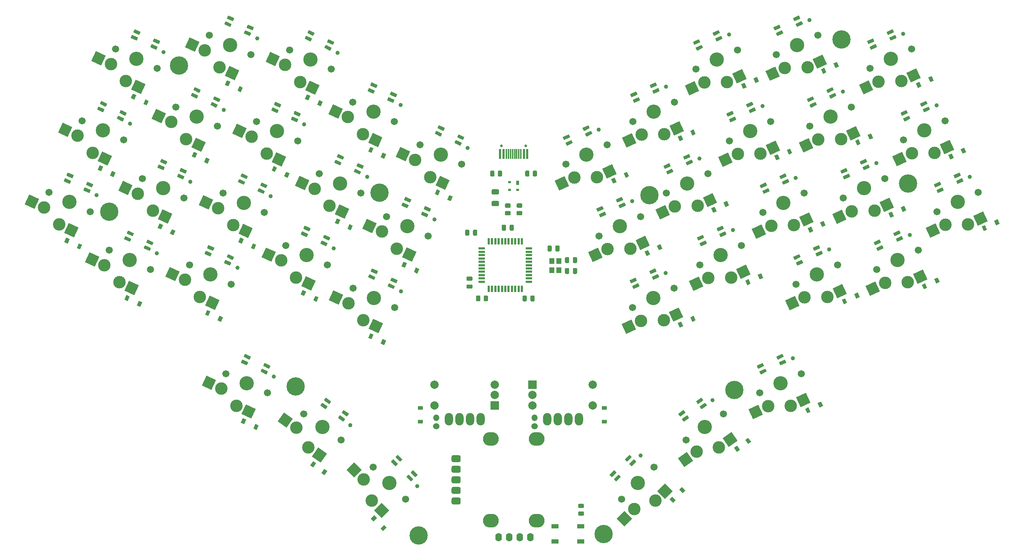
<source format=gbr>
%TF.GenerationSoftware,KiCad,Pcbnew,(5.1.10)-1*%
%TF.CreationDate,2021-08-07T23:48:32-07:00*%
%TF.ProjectId,barobord,6261726f-626f-4726-942e-6b696361645f,rev?*%
%TF.SameCoordinates,Original*%
%TF.FileFunction,Soldermask,Bot*%
%TF.FilePolarity,Negative*%
%FSLAX46Y46*%
G04 Gerber Fmt 4.6, Leading zero omitted, Abs format (unit mm)*
G04 Created by KiCad (PCBNEW (5.1.10)-1) date 2021-08-07 23:48:32*
%MOMM*%
%LPD*%
G01*
G04 APERTURE LIST*
%ADD10C,4.400000*%
%ADD11C,1.701800*%
%ADD12C,0.100000*%
%ADD13C,3.000000*%
%ADD14C,3.429000*%
%ADD15C,0.990600*%
%ADD16O,2.000000X3.000000*%
%ADD17O,1.524000X1.524000*%
%ADD18C,1.524000*%
%ADD19R,2.000000X2.000000*%
%ADD20C,2.000000*%
%ADD21O,1.600000X2.000000*%
%ADD22R,1.200000X0.900000*%
%ADD23O,3.800000X3.300000*%
%ADD24R,1.200000X1.400000*%
%ADD25R,0.600000X2.450000*%
%ADD26R,0.300000X2.450000*%
%ADD27C,0.650000*%
%ADD28R,0.700000X1.000000*%
%ADD29R,0.700000X0.600000*%
%ADD30R,0.550000X1.500000*%
%ADD31R,1.500000X0.550000*%
%ADD32R,1.800000X1.100000*%
G04 APERTURE END LIST*
D10*
%TO.C,REF\u002A\u002A*%
X167452593Y-151458404D03*
%TD*%
%TO.C,REF\u002A\u002A*%
X123052593Y-151858404D03*
%TD*%
%TO.C,REF\u002A\u002A*%
X178452593Y-70058404D03*
%TD*%
%TO.C,REF\u002A\u002A*%
X198852593Y-116858404D03*
%TD*%
%TO.C,REF\u002A\u002A*%
X240652593Y-67258404D03*
%TD*%
%TO.C,REF\u002A\u002A*%
X224652593Y-32658404D03*
%TD*%
%TO.C,REF\u002A\u002A*%
X93452593Y-116058404D03*
%TD*%
%TO.C,REF\u002A\u002A*%
X113652593Y-69458404D03*
%TD*%
%TO.C,REF\u002A\u002A*%
X48652593Y-74058404D03*
%TD*%
%TO.C,REF\u002A\u002A*%
X65452593Y-38858404D03*
%TD*%
D11*
%TO.C,SW40*%
X233075943Y-87930549D03*
X243045329Y-83281749D03*
D12*
G36*
X242914577Y-91342210D02*
G01*
X241815769Y-88985810D01*
X244172169Y-87887002D01*
X245270977Y-90243402D01*
X242914577Y-91342210D01*
G37*
D13*
X235113916Y-91117895D03*
D14*
X238060636Y-85606149D03*
D13*
X240575215Y-90998680D03*
D12*
G36*
X231516962Y-94229573D02*
G01*
X230418154Y-91873173D01*
X232774554Y-90774365D01*
X233873362Y-93130765D01*
X231516962Y-94229573D01*
G37*
D15*
X241016566Y-79593589D03*
%TD*%
D11*
%TO.C,SW39*%
X213743005Y-91428757D03*
X223712391Y-86779957D03*
D12*
G36*
X223581639Y-94840418D02*
G01*
X222482831Y-92484018D01*
X224839231Y-91385210D01*
X225938039Y-93741610D01*
X223581639Y-94840418D01*
G37*
D13*
X215780978Y-94616103D03*
D14*
X218727698Y-89104357D03*
D13*
X221242277Y-94496888D03*
D12*
G36*
X212184024Y-97727781D02*
G01*
X211085216Y-95371381D01*
X213441616Y-94272573D01*
X214540424Y-96628973D01*
X212184024Y-97727781D01*
G37*
D15*
X221683628Y-83091797D03*
%TD*%
D11*
%TO.C,SW38*%
X204975522Y-117584660D03*
X214944908Y-112935860D03*
D12*
G36*
X214814156Y-120996321D02*
G01*
X213715348Y-118639921D01*
X216071748Y-117541113D01*
X217170556Y-119897513D01*
X214814156Y-120996321D01*
G37*
D13*
X207013495Y-120772006D03*
D14*
X209960215Y-115260260D03*
D13*
X212474794Y-120652791D03*
D12*
G36*
X203416541Y-123883684D02*
G01*
X202317733Y-121527284D01*
X204674133Y-120428476D01*
X205772941Y-122784876D01*
X203416541Y-123883684D01*
G37*
D15*
X212916145Y-109247700D03*
%TD*%
D11*
%TO.C,SW37*%
X187268346Y-128914929D03*
X196279018Y-122605589D03*
D12*
G36*
X197549937Y-130566298D02*
G01*
X196058638Y-128436503D01*
X198188433Y-126945204D01*
X199679732Y-129074999D01*
X197549937Y-130566298D01*
G37*
D13*
X189828833Y-131699961D03*
D14*
X191773682Y-125760259D03*
D13*
X195186462Y-130634214D03*
D12*
G36*
X186826862Y-135388971D02*
G01*
X185335563Y-133259176D01*
X187465358Y-131767877D01*
X188956657Y-133897672D01*
X186826862Y-135388971D01*
G37*
D15*
X193640635Y-119325751D03*
%TD*%
D11*
%TO.C,SW36*%
X171797663Y-143147886D03*
X179575837Y-135369712D03*
D12*
G36*
X182209810Y-142988788D02*
G01*
X180371332Y-141150310D01*
X182209810Y-139311832D01*
X184048288Y-141150310D01*
X182209810Y-142988788D01*
G37*
D13*
X174802867Y-145445983D03*
D14*
X175686750Y-139258799D03*
D13*
X179894035Y-143466084D03*
D12*
G36*
X172487092Y-149600236D02*
G01*
X170648614Y-147761758D01*
X172487092Y-145923280D01*
X174325570Y-147761758D01*
X172487092Y-149600236D01*
G37*
D15*
X176407999Y-132597853D03*
%TD*%
D11*
%TO.C,SW35*%
X112124163Y-135369712D03*
X119902337Y-143147886D03*
D12*
G36*
X112283261Y-145781859D02*
G01*
X114121739Y-143943381D01*
X115960217Y-145781859D01*
X114121739Y-147620337D01*
X112283261Y-145781859D01*
G37*
D13*
X109826066Y-138374916D03*
D14*
X116013250Y-139258799D03*
D13*
X111805965Y-143466084D03*
D12*
G36*
X105671813Y-136059141D02*
G01*
X107510291Y-134220663D01*
X109348769Y-136059141D01*
X107510291Y-137897619D01*
X105671813Y-136059141D01*
G37*
D15*
X122674196Y-139980048D03*
%TD*%
D11*
%TO.C,SW34*%
X95420982Y-122605589D03*
X104431654Y-128914929D03*
D12*
G36*
X97385714Y-132831924D02*
G01*
X98877013Y-130702129D01*
X101006808Y-132193428D01*
X99515509Y-134323223D01*
X97385714Y-132831924D01*
G37*
D13*
X93679646Y-125964197D03*
D14*
X99926318Y-125760259D03*
D13*
X96513538Y-130634214D03*
D12*
G36*
X89186376Y-124404982D02*
G01*
X90677675Y-122275187D01*
X92807470Y-123766486D01*
X91316171Y-125896281D01*
X89186376Y-124404982D01*
G37*
D15*
X106611313Y-125313889D03*
%TD*%
D11*
%TO.C,SW33*%
X76755092Y-112935860D03*
X86724478Y-117584660D03*
D12*
G36*
X80465760Y-122665662D02*
G01*
X81564568Y-120309262D01*
X83920968Y-121408070D01*
X82822160Y-123764470D01*
X80465760Y-122665662D01*
G37*
D13*
X75623428Y-116545823D03*
D14*
X81739785Y-115260260D03*
D13*
X79225206Y-120652791D03*
D12*
G36*
X70927666Y-115790544D02*
G01*
X72026474Y-113434144D01*
X74382874Y-114532952D01*
X73284066Y-116889352D01*
X70927666Y-115790544D01*
G37*
D15*
X88245708Y-113659835D03*
%TD*%
D11*
%TO.C,SW32*%
X67987609Y-86779957D03*
X77956995Y-91428757D03*
D12*
G36*
X71698277Y-96509759D02*
G01*
X72797085Y-94153359D01*
X75153485Y-95252167D01*
X74054677Y-97608567D01*
X71698277Y-96509759D01*
G37*
D13*
X66855945Y-90389920D03*
D14*
X72972302Y-89104357D03*
D13*
X70457723Y-94496888D03*
D12*
G36*
X62160183Y-89634641D02*
G01*
X63258991Y-87278241D01*
X65615391Y-88377049D01*
X64516583Y-90733449D01*
X62160183Y-89634641D01*
G37*
D15*
X79478225Y-87503932D03*
%TD*%
D11*
%TO.C,SW31*%
X48654671Y-83281749D03*
X58624057Y-87930549D03*
D12*
G36*
X52365339Y-93011551D02*
G01*
X53464147Y-90655151D01*
X55820547Y-91753959D01*
X54721739Y-94110359D01*
X52365339Y-93011551D01*
G37*
D13*
X47523007Y-86891712D03*
D14*
X53639364Y-85606149D03*
D13*
X51124785Y-90998680D03*
D12*
G36*
X42827245Y-86136433D02*
G01*
X43926053Y-83780033D01*
X46282453Y-84878841D01*
X45183645Y-87235241D01*
X42827245Y-86136433D01*
G37*
D15*
X60145287Y-84005724D03*
%TD*%
D11*
%TO.C,SW30*%
X247548771Y-74009802D03*
X257518157Y-69361002D03*
D12*
G36*
X257387405Y-77421463D02*
G01*
X256288597Y-75065063D01*
X258644997Y-73966255D01*
X259743805Y-76322655D01*
X257387405Y-77421463D01*
G37*
D13*
X249586744Y-77197148D03*
D14*
X252533464Y-71685402D03*
D13*
X255048043Y-77077933D03*
D12*
G36*
X245989790Y-80308826D02*
G01*
X244890982Y-77952426D01*
X247247382Y-76853618D01*
X248346190Y-79210018D01*
X245989790Y-80308826D01*
G37*
D15*
X255489394Y-65672842D03*
%TD*%
D11*
%TO.C,SW29*%
X225046196Y-70710702D03*
X235015582Y-66061902D03*
D12*
G36*
X234884830Y-74122363D02*
G01*
X233786022Y-71765963D01*
X236142422Y-70667155D01*
X237241230Y-73023555D01*
X234884830Y-74122363D01*
G37*
D13*
X227084169Y-73898048D03*
D14*
X230030889Y-68386302D03*
D13*
X232545468Y-73778833D03*
D12*
G36*
X223487215Y-77009726D02*
G01*
X222388407Y-74653326D01*
X224744807Y-73554518D01*
X225843615Y-75910918D01*
X223487215Y-77009726D01*
G37*
D15*
X232986819Y-62373742D03*
%TD*%
D11*
%TO.C,SW28*%
X205713258Y-74208910D03*
X215682644Y-69560110D03*
D12*
G36*
X215551892Y-77620571D02*
G01*
X214453084Y-75264171D01*
X216809484Y-74165363D01*
X217908292Y-76521763D01*
X215551892Y-77620571D01*
G37*
D13*
X207751231Y-77396256D03*
D14*
X210697951Y-71884510D03*
D13*
X213212530Y-77277041D03*
D12*
G36*
X204154277Y-80507934D02*
G01*
X203055469Y-78151534D01*
X205411869Y-77052726D01*
X206510677Y-79409126D01*
X204154277Y-80507934D01*
G37*
D15*
X213653881Y-65871950D03*
%TD*%
D11*
%TO.C,SW27*%
X190606502Y-86770196D03*
X200575888Y-82121396D03*
D12*
G36*
X200445136Y-90181857D02*
G01*
X199346328Y-87825457D01*
X201702728Y-86726649D01*
X202801536Y-89083049D01*
X200445136Y-90181857D01*
G37*
D13*
X192644475Y-89957542D03*
D14*
X195591195Y-84445796D03*
D13*
X198105774Y-89838327D03*
D12*
G36*
X189047521Y-93069220D02*
G01*
X187948713Y-90712820D01*
X190305113Y-89614012D01*
X191403921Y-91970412D01*
X189047521Y-93069220D01*
G37*
D15*
X198547125Y-78433236D03*
%TD*%
D11*
%TO.C,SW26*%
X174443200Y-97065712D03*
X184412586Y-92416912D03*
D12*
G36*
X184281834Y-100477373D02*
G01*
X183183026Y-98120973D01*
X185539426Y-97022165D01*
X186638234Y-99378565D01*
X184281834Y-100477373D01*
G37*
D13*
X176481173Y-100253058D03*
D14*
X179427893Y-94741312D03*
D13*
X181942472Y-100133843D03*
D12*
G36*
X172884219Y-103364736D02*
G01*
X171785411Y-101008336D01*
X174141811Y-99909528D01*
X175240619Y-102265928D01*
X172884219Y-103364736D01*
G37*
D15*
X182383823Y-88728752D03*
%TD*%
D11*
%TO.C,SW25*%
X107287414Y-92416912D03*
X117256800Y-97065712D03*
D12*
G36*
X110998082Y-102146714D02*
G01*
X112096890Y-99790314D01*
X114453290Y-100889122D01*
X113354482Y-103245522D01*
X110998082Y-102146714D01*
G37*
D13*
X106155750Y-96026875D03*
D14*
X112272107Y-94741312D03*
D13*
X109757528Y-100133843D03*
D12*
G36*
X101459988Y-95271596D02*
G01*
X102558796Y-92915196D01*
X104915196Y-94014004D01*
X103816388Y-96370404D01*
X101459988Y-95271596D01*
G37*
D15*
X118778030Y-93140887D03*
%TD*%
D11*
%TO.C,SW24*%
X91124112Y-82121396D03*
X101093498Y-86770196D03*
D12*
G36*
X94834780Y-91851198D02*
G01*
X95933588Y-89494798D01*
X98289988Y-90593606D01*
X97191180Y-92950006D01*
X94834780Y-91851198D01*
G37*
D13*
X89992448Y-85731359D03*
D14*
X96108805Y-84445796D03*
D13*
X93594226Y-89838327D03*
D12*
G36*
X85296686Y-84976080D02*
G01*
X86395494Y-82619680D01*
X88751894Y-83718488D01*
X87653086Y-86074888D01*
X85296686Y-84976080D01*
G37*
D15*
X102614728Y-82845371D03*
%TD*%
D11*
%TO.C,SW23*%
X76017356Y-69560110D03*
X85986742Y-74208910D03*
D12*
G36*
X79728024Y-79289912D02*
G01*
X80826832Y-76933512D01*
X83183232Y-78032320D01*
X82084424Y-80388720D01*
X79728024Y-79289912D01*
G37*
D13*
X74885692Y-73170073D03*
D14*
X81002049Y-71884510D03*
D13*
X78487470Y-77277041D03*
D12*
G36*
X70189930Y-72414794D02*
G01*
X71288738Y-70058394D01*
X73645138Y-71157202D01*
X72546330Y-73513602D01*
X70189930Y-72414794D01*
G37*
D15*
X87507972Y-70284085D03*
%TD*%
D11*
%TO.C,SW22*%
X56684418Y-66061902D03*
X66653804Y-70710702D03*
D12*
G36*
X60395086Y-75791704D02*
G01*
X61493894Y-73435304D01*
X63850294Y-74534112D01*
X62751486Y-76890512D01*
X60395086Y-75791704D01*
G37*
D13*
X55552754Y-69671865D03*
D14*
X61669111Y-68386302D03*
D13*
X59154532Y-73778833D03*
D12*
G36*
X50856992Y-68916586D02*
G01*
X51955800Y-66560186D01*
X54312200Y-67658994D01*
X53213392Y-70015394D01*
X50856992Y-68916586D01*
G37*
D15*
X68175034Y-66785877D03*
%TD*%
D11*
%TO.C,SW21*%
X34181843Y-69361002D03*
X44151229Y-74009802D03*
D12*
G36*
X37892511Y-79090804D02*
G01*
X38991319Y-76734404D01*
X41347719Y-77833212D01*
X40248911Y-80189612D01*
X37892511Y-79090804D01*
G37*
D13*
X33050179Y-72970965D03*
D14*
X39166536Y-71685402D03*
D13*
X36651957Y-77077933D03*
D12*
G36*
X28354417Y-72215686D02*
G01*
X29453225Y-69859286D01*
X31809625Y-70958094D01*
X30710817Y-73314494D01*
X28354417Y-72215686D01*
G37*
D15*
X45672459Y-70084977D03*
%TD*%
D11*
%TO.C,SW20*%
X239519024Y-56789955D03*
X249488410Y-52141155D03*
D12*
G36*
X249357658Y-60201616D02*
G01*
X248258850Y-57845216D01*
X250615250Y-56746408D01*
X251714058Y-59102808D01*
X249357658Y-60201616D01*
G37*
D13*
X241556997Y-59977301D03*
D14*
X244503717Y-54465555D03*
D13*
X247018296Y-59858086D03*
D12*
G36*
X237960043Y-63088979D02*
G01*
X236861235Y-60732579D01*
X239217635Y-59633771D01*
X240316443Y-61990171D01*
X237960043Y-63088979D01*
G37*
D15*
X247459647Y-48452995D03*
%TD*%
D11*
%TO.C,SW19*%
X217016449Y-53490855D03*
X226985835Y-48842055D03*
D12*
G36*
X226855083Y-56902516D02*
G01*
X225756275Y-54546116D01*
X228112675Y-53447308D01*
X229211483Y-55803708D01*
X226855083Y-56902516D01*
G37*
D13*
X219054422Y-56678201D03*
D14*
X222001142Y-51166455D03*
D13*
X224515721Y-56558986D03*
D12*
G36*
X215457468Y-59789879D02*
G01*
X214358660Y-57433479D01*
X216715060Y-56334671D01*
X217813868Y-58691071D01*
X215457468Y-59789879D01*
G37*
D15*
X224957072Y-45153895D03*
%TD*%
D11*
%TO.C,SW18*%
X197683511Y-56989063D03*
X207652897Y-52340263D03*
D12*
G36*
X207522145Y-60400724D02*
G01*
X206423337Y-58044324D01*
X208779737Y-56945516D01*
X209878545Y-59301916D01*
X207522145Y-60400724D01*
G37*
D13*
X199721484Y-60176409D03*
D14*
X202668204Y-54664663D03*
D13*
X205182783Y-60057194D03*
D12*
G36*
X196124530Y-63288087D02*
G01*
X195025722Y-60931687D01*
X197382122Y-59832879D01*
X198480930Y-62189279D01*
X196124530Y-63288087D01*
G37*
D15*
X205624134Y-48652103D03*
%TD*%
D11*
%TO.C,SW17*%
X182576755Y-69550348D03*
X192546141Y-64901548D03*
D12*
G36*
X192415389Y-72962009D02*
G01*
X191316581Y-70605609D01*
X193672981Y-69506801D01*
X194771789Y-71863201D01*
X192415389Y-72962009D01*
G37*
D13*
X184614728Y-72737694D03*
D14*
X187561448Y-67225948D03*
D13*
X190076027Y-72618479D03*
D12*
G36*
X181017774Y-75849372D02*
G01*
X179918966Y-73492972D01*
X182275366Y-72394164D01*
X183374174Y-74750564D01*
X181017774Y-75849372D01*
G37*
D15*
X190517378Y-61213388D03*
%TD*%
D11*
%TO.C,SW16*%
X166413454Y-79845865D03*
X176382840Y-75197065D03*
D12*
G36*
X176252088Y-83257526D02*
G01*
X175153280Y-80901126D01*
X177509680Y-79802318D01*
X178608488Y-82158718D01*
X176252088Y-83257526D01*
G37*
D13*
X168451427Y-83033211D03*
D14*
X171398147Y-77521465D03*
D13*
X173912726Y-82913996D03*
D12*
G36*
X164854473Y-86144889D02*
G01*
X163755665Y-83788489D01*
X166112065Y-82689681D01*
X167210873Y-85046081D01*
X164854473Y-86144889D01*
G37*
D15*
X174354077Y-71508905D03*
%TD*%
D11*
%TO.C,SW15*%
X115317160Y-75197065D03*
X125286546Y-79845865D03*
D12*
G36*
X119027828Y-84926867D02*
G01*
X120126636Y-82570467D01*
X122483036Y-83669275D01*
X121384228Y-86025675D01*
X119027828Y-84926867D01*
G37*
D13*
X114185496Y-78807028D03*
D14*
X120301853Y-77521465D03*
D13*
X117787274Y-82913996D03*
D12*
G36*
X109489734Y-78051749D02*
G01*
X110588542Y-75695349D01*
X112944942Y-76794157D01*
X111846134Y-79150557D01*
X109489734Y-78051749D01*
G37*
D15*
X126807776Y-75921040D03*
%TD*%
D11*
%TO.C,SW14*%
X99153859Y-64901548D03*
X109123245Y-69550348D03*
D12*
G36*
X102864527Y-74631350D02*
G01*
X103963335Y-72274950D01*
X106319735Y-73373758D01*
X105220927Y-75730158D01*
X102864527Y-74631350D01*
G37*
D13*
X98022195Y-68511511D03*
D14*
X104138552Y-67225948D03*
D13*
X101623973Y-72618479D03*
D12*
G36*
X93326433Y-67756232D02*
G01*
X94425241Y-65399832D01*
X96781641Y-66498640D01*
X95682833Y-68855040D01*
X93326433Y-67756232D01*
G37*
D15*
X110644475Y-65625523D03*
%TD*%
D11*
%TO.C,SW13*%
X84047103Y-52340263D03*
X94016489Y-56989063D03*
D12*
G36*
X87757771Y-62070065D02*
G01*
X88856579Y-59713665D01*
X91212979Y-60812473D01*
X90114171Y-63168873D01*
X87757771Y-62070065D01*
G37*
D13*
X82915439Y-55950226D03*
D14*
X89031796Y-54664663D03*
D13*
X86517217Y-60057194D03*
D12*
G36*
X78219677Y-55194947D02*
G01*
X79318485Y-52838547D01*
X81674885Y-53937355D01*
X80576077Y-56293755D01*
X78219677Y-55194947D01*
G37*
D15*
X95537719Y-53064238D03*
%TD*%
D11*
%TO.C,SW12*%
X64714165Y-48842055D03*
X74683551Y-53490855D03*
D12*
G36*
X68424833Y-58571857D02*
G01*
X69523641Y-56215457D01*
X71880041Y-57314265D01*
X70781233Y-59670665D01*
X68424833Y-58571857D01*
G37*
D13*
X63582501Y-52452018D03*
D14*
X69698858Y-51166455D03*
D13*
X67184279Y-56558986D03*
D12*
G36*
X58886739Y-51696739D02*
G01*
X59985547Y-49340339D01*
X62341947Y-50439147D01*
X61243139Y-52795547D01*
X58886739Y-51696739D01*
G37*
D15*
X76204781Y-49566030D03*
%TD*%
D11*
%TO.C,SW11*%
X42211590Y-52141155D03*
X52180976Y-56789955D03*
D12*
G36*
X45922258Y-61870957D02*
G01*
X47021066Y-59514557D01*
X49377466Y-60613365D01*
X48278658Y-62969765D01*
X45922258Y-61870957D01*
G37*
D13*
X41079926Y-55751118D03*
D14*
X47196283Y-54465555D03*
D13*
X44681704Y-59858086D03*
D12*
G36*
X36384164Y-54995839D02*
G01*
X37482972Y-52639439D01*
X39839372Y-53738247D01*
X38740564Y-56094647D01*
X36384164Y-54995839D01*
G37*
D15*
X53702206Y-52865130D03*
%TD*%
D11*
%TO.C,SW10*%
X231489277Y-39570108D03*
X241458663Y-34921308D03*
D12*
G36*
X241327911Y-42981769D02*
G01*
X240229103Y-40625369D01*
X242585503Y-39526561D01*
X243684311Y-41882961D01*
X241327911Y-42981769D01*
G37*
D13*
X233527250Y-42757454D03*
D14*
X236473970Y-37245708D03*
D13*
X238988549Y-42638239D03*
D12*
G36*
X229930296Y-45869132D02*
G01*
X228831488Y-43512732D01*
X231187888Y-42413924D01*
X232286696Y-44770324D01*
X229930296Y-45869132D01*
G37*
D15*
X239429900Y-31233148D03*
%TD*%
D11*
%TO.C,SW9*%
X208986702Y-36271008D03*
X218956088Y-31622208D03*
D12*
G36*
X218825336Y-39682669D02*
G01*
X217726528Y-37326269D01*
X220082928Y-36227461D01*
X221181736Y-38583861D01*
X218825336Y-39682669D01*
G37*
D13*
X211024675Y-39458354D03*
D14*
X213971395Y-33946608D03*
D13*
X216485974Y-39339139D03*
D12*
G36*
X207427721Y-42570032D02*
G01*
X206328913Y-40213632D01*
X208685313Y-39114824D01*
X209784121Y-41471224D01*
X207427721Y-42570032D01*
G37*
D15*
X216927325Y-27934048D03*
%TD*%
D11*
%TO.C,SW8*%
X189653764Y-39769216D03*
X199623150Y-35120416D03*
D12*
G36*
X199492398Y-43180877D02*
G01*
X198393590Y-40824477D01*
X200749990Y-39725669D01*
X201848798Y-42082069D01*
X199492398Y-43180877D01*
G37*
D13*
X191691737Y-42956562D03*
D14*
X194638457Y-37444816D03*
D13*
X197153036Y-42837347D03*
D12*
G36*
X188094783Y-46068240D02*
G01*
X186995975Y-43711840D01*
X189352375Y-42613032D01*
X190451183Y-44969432D01*
X188094783Y-46068240D01*
G37*
D15*
X197594387Y-31432256D03*
%TD*%
D11*
%TO.C,SW7*%
X174547008Y-52330501D03*
X184516394Y-47681701D03*
D12*
G36*
X184385642Y-55742162D02*
G01*
X183286834Y-53385762D01*
X185643234Y-52286954D01*
X186742042Y-54643354D01*
X184385642Y-55742162D01*
G37*
D13*
X176584981Y-55517847D03*
D14*
X179531701Y-50006101D03*
D13*
X182046280Y-55398632D03*
D12*
G36*
X172988027Y-58629525D02*
G01*
X171889219Y-56273125D01*
X174245619Y-55174317D01*
X175344427Y-57530717D01*
X172988027Y-58629525D01*
G37*
D15*
X182487631Y-43993541D03*
%TD*%
%TO.C,SW6*%
X166324330Y-54289058D03*
D12*
G36*
X156824726Y-68925042D02*
G01*
X155725918Y-66568642D01*
X158082318Y-65469834D01*
X159181126Y-67826234D01*
X156824726Y-68925042D01*
G37*
D13*
X165882979Y-65694149D03*
D14*
X163368400Y-60301618D03*
D13*
X160421680Y-65813364D03*
D12*
G36*
X168222341Y-66037679D02*
G01*
X167123533Y-63681279D01*
X169479933Y-62582471D01*
X170578741Y-64938871D01*
X168222341Y-66037679D01*
G37*
D11*
X168353093Y-57977218D03*
X158383707Y-62626018D03*
%TD*%
%TO.C,SW5*%
X123346907Y-57977218D03*
X133316293Y-62626018D03*
D12*
G36*
X127057575Y-67707020D02*
G01*
X128156383Y-65350620D01*
X130512783Y-66449428D01*
X129413975Y-68805828D01*
X127057575Y-67707020D01*
G37*
D13*
X122215243Y-61587181D03*
D14*
X128331600Y-60301618D03*
D13*
X125817021Y-65694149D03*
D12*
G36*
X117519481Y-60831902D02*
G01*
X118618289Y-58475502D01*
X120974689Y-59574310D01*
X119875881Y-61930710D01*
X117519481Y-60831902D01*
G37*
D15*
X134837523Y-58701193D03*
%TD*%
D11*
%TO.C,SW4*%
X107183606Y-47681701D03*
X117152992Y-52330501D03*
D12*
G36*
X110894274Y-57411503D02*
G01*
X111993082Y-55055103D01*
X114349482Y-56153911D01*
X113250674Y-58510311D01*
X110894274Y-57411503D01*
G37*
D13*
X106051942Y-51291664D03*
D14*
X112168299Y-50006101D03*
D13*
X109653720Y-55398632D03*
D12*
G36*
X101356180Y-50536385D02*
G01*
X102454988Y-48179985D01*
X104811388Y-49278793D01*
X103712580Y-51635193D01*
X101356180Y-50536385D01*
G37*
D15*
X118674222Y-48405676D03*
%TD*%
D11*
%TO.C,SW3*%
X92076850Y-35120416D03*
X102046236Y-39769216D03*
D12*
G36*
X95787518Y-44850218D02*
G01*
X96886326Y-42493818D01*
X99242726Y-43592626D01*
X98143918Y-45949026D01*
X95787518Y-44850218D01*
G37*
D13*
X90945186Y-38730379D03*
D14*
X97061543Y-37444816D03*
D13*
X94546964Y-42837347D03*
D12*
G36*
X86249424Y-37975100D02*
G01*
X87348232Y-35618700D01*
X89704632Y-36717508D01*
X88605824Y-39073908D01*
X86249424Y-37975100D01*
G37*
D15*
X103567466Y-35844391D03*
%TD*%
D11*
%TO.C,SW2*%
X72743912Y-31622208D03*
X82713298Y-36271008D03*
D12*
G36*
X76454580Y-41352010D02*
G01*
X77553388Y-38995610D01*
X79909788Y-40094418D01*
X78810980Y-42450818D01*
X76454580Y-41352010D01*
G37*
D13*
X71612248Y-35232171D03*
D14*
X77728605Y-33946608D03*
D13*
X75214026Y-39339139D03*
D12*
G36*
X66916486Y-34476892D02*
G01*
X68015294Y-32120492D01*
X70371694Y-33219300D01*
X69272886Y-35575700D01*
X66916486Y-34476892D01*
G37*
D15*
X84234528Y-32346183D03*
%TD*%
D11*
%TO.C,SW1*%
X50241337Y-34921308D03*
X60210723Y-39570108D03*
D12*
G36*
X53952005Y-44651110D02*
G01*
X55050813Y-42294710D01*
X57407213Y-43393518D01*
X56308405Y-45749918D01*
X53952005Y-44651110D01*
G37*
D13*
X49109673Y-38531271D03*
D14*
X55226030Y-37245708D03*
D13*
X52711451Y-42638239D03*
D12*
G36*
X44413911Y-37775992D02*
G01*
X45512719Y-35419592D01*
X47869119Y-36518400D01*
X46770311Y-38874800D01*
X44413911Y-37775992D01*
G37*
D15*
X61731953Y-35645283D03*
%TD*%
%TO.C,D59*%
G36*
G01*
X101493458Y-120240985D02*
X100317156Y-119417329D01*
G75*
G02*
X100297019Y-119303126I47033J67170D01*
G01*
X100673285Y-118765762D01*
G75*
G02*
X100787488Y-118745625I67170J-47033D01*
G01*
X101963790Y-119569281D01*
G75*
G02*
X101983927Y-119683484I-47033J-67170D01*
G01*
X101607661Y-120220848D01*
G75*
G02*
X101493458Y-120240985I-67170J47033D01*
G01*
G37*
G36*
G01*
X100633093Y-121469713D02*
X99456791Y-120646057D01*
G75*
G02*
X99436654Y-120531854I47033J67170D01*
G01*
X99812920Y-119994490D01*
G75*
G02*
X99927123Y-119974353I67170J-47033D01*
G01*
X101103425Y-120798009D01*
G75*
G02*
X101123562Y-120912212I-47033J-67170D01*
G01*
X100747296Y-121449576D01*
G75*
G02*
X100633093Y-121469713I-67170J47033D01*
G01*
G37*
G36*
G01*
X105753048Y-123223582D02*
X104576746Y-122399926D01*
G75*
G02*
X104556609Y-122285723I47033J67170D01*
G01*
X104932875Y-121748359D01*
G75*
G02*
X105047078Y-121728222I67170J-47033D01*
G01*
X106223380Y-122551878D01*
G75*
G02*
X106243517Y-122666081I-47033J-67170D01*
G01*
X105867251Y-123203445D01*
G75*
G02*
X105753048Y-123223582I-67170J47033D01*
G01*
G37*
G36*
G01*
X104892684Y-124452310D02*
X103716382Y-123628654D01*
G75*
G02*
X103696245Y-123514451I47033J67170D01*
G01*
X104072511Y-122977087D01*
G75*
G02*
X104186714Y-122956950I67170J-47033D01*
G01*
X105363016Y-123780606D01*
G75*
G02*
X105383153Y-123894809I-47033J-67170D01*
G01*
X105006887Y-124432173D01*
G75*
G02*
X104892684Y-124452310I-67170J47033D01*
G01*
G37*
%TD*%
D16*
%TO.C,SW45*%
X161522593Y-123908404D03*
X158982593Y-123908404D03*
X156442593Y-123908404D03*
X153902593Y-123908404D03*
D17*
X150902593Y-123558404D03*
D18*
X150902593Y-125558404D03*
%TD*%
D19*
%TO.C,SW43*%
X150352593Y-115558404D03*
D20*
X150352593Y-118058404D03*
X150352593Y-120558404D03*
X164852593Y-115558404D03*
X164852593Y-120558404D03*
%TD*%
D19*
%TO.C,SW42*%
X141352593Y-120558404D03*
D20*
X141352593Y-118058404D03*
X141352593Y-115558404D03*
X126852593Y-120558404D03*
X126852593Y-115558404D03*
%TD*%
D16*
%TO.C,SW44*%
X137922593Y-123908404D03*
X135382593Y-123908404D03*
X132842593Y-123908404D03*
X130302593Y-123908404D03*
D17*
X127302593Y-123558404D03*
D18*
X127302593Y-125558404D03*
%TD*%
D21*
%TO.C,Brd1*%
X147332593Y-152258404D03*
X149872593Y-152258404D03*
X144792593Y-152258404D03*
X142252593Y-152258404D03*
%TD*%
D22*
%TO.C,D82*%
X167652593Y-121208404D03*
X167652593Y-124508404D03*
%TD*%
%TO.C,D81*%
X123452593Y-121208404D03*
X123452593Y-124508404D03*
%TD*%
D23*
%TO.C,J1*%
X140352593Y-128658404D03*
X151352593Y-128658404D03*
X151352593Y-148258404D03*
X140352593Y-148258404D03*
G36*
G01*
X133128593Y-132953404D02*
X133128593Y-133803404D01*
G75*
G02*
X132703593Y-134228404I-425000J0D01*
G01*
X131353593Y-134228404D01*
G75*
G02*
X130928593Y-133803404I0J425000D01*
G01*
X130928593Y-132953404D01*
G75*
G02*
X131353593Y-132528404I425000J0D01*
G01*
X132703593Y-132528404D01*
G75*
G02*
X133128593Y-132953404I0J-425000D01*
G01*
G37*
G36*
G01*
X132703593Y-136768404D02*
X131353593Y-136768404D01*
G75*
G02*
X130928593Y-136343404I0J425000D01*
G01*
X130928593Y-135493404D01*
G75*
G02*
X131353593Y-135068404I425000J0D01*
G01*
X132703593Y-135068404D01*
G75*
G02*
X133128593Y-135493404I0J-425000D01*
G01*
X133128593Y-136343404D01*
G75*
G02*
X132703593Y-136768404I-425000J0D01*
G01*
G37*
G36*
G01*
X132703593Y-139308404D02*
X131353593Y-139308404D01*
G75*
G02*
X130928593Y-138883404I0J425000D01*
G01*
X130928593Y-138033404D01*
G75*
G02*
X131353593Y-137608404I425000J0D01*
G01*
X132703593Y-137608404D01*
G75*
G02*
X133128593Y-138033404I0J-425000D01*
G01*
X133128593Y-138883404D01*
G75*
G02*
X132703593Y-139308404I-425000J0D01*
G01*
G37*
G36*
G01*
X132703593Y-141848404D02*
X131353593Y-141848404D01*
G75*
G02*
X130928593Y-141423404I0J425000D01*
G01*
X130928593Y-140573404D01*
G75*
G02*
X131353593Y-140148404I425000J0D01*
G01*
X132703593Y-140148404D01*
G75*
G02*
X133128593Y-140573404I0J-425000D01*
G01*
X133128593Y-141423404D01*
G75*
G02*
X132703593Y-141848404I-425000J0D01*
G01*
G37*
G36*
G01*
X132703593Y-144388404D02*
X131353593Y-144388404D01*
G75*
G02*
X130928593Y-143963404I0J425000D01*
G01*
X130928593Y-143113404D01*
G75*
G02*
X131353593Y-142688404I425000J0D01*
G01*
X132703593Y-142688404D01*
G75*
G02*
X133128593Y-143113404I0J-425000D01*
G01*
X133128593Y-143963404D01*
G75*
G02*
X132703593Y-144388404I-425000J0D01*
G01*
G37*
%TD*%
%TO.C,D56*%
G36*
G01*
X120886772Y-71813910D02*
X119585314Y-71207030D01*
G75*
G02*
X119545652Y-71098058I34655J74317D01*
G01*
X119822890Y-70503520D01*
G75*
G02*
X119931862Y-70463858I74317J-34655D01*
G01*
X121233320Y-71070738D01*
G75*
G02*
X121272982Y-71179710I-34655J-74317D01*
G01*
X120995744Y-71774248D01*
G75*
G02*
X120886772Y-71813910I-74317J34655D01*
G01*
G37*
G36*
G01*
X120252844Y-73173372D02*
X118951386Y-72566492D01*
G75*
G02*
X118911724Y-72457520I34655J74317D01*
G01*
X119188962Y-71862982D01*
G75*
G02*
X119297934Y-71823320I74317J-34655D01*
G01*
X120599392Y-72430200D01*
G75*
G02*
X120639054Y-72539172I-34655J-74317D01*
G01*
X120361816Y-73133710D01*
G75*
G02*
X120252844Y-73173372I-74317J34655D01*
G01*
G37*
G36*
G01*
X125599572Y-74011525D02*
X124298114Y-73404645D01*
G75*
G02*
X124258452Y-73295673I34655J74317D01*
G01*
X124535690Y-72701135D01*
G75*
G02*
X124644662Y-72661473I74317J-34655D01*
G01*
X125946120Y-73268353D01*
G75*
G02*
X125985782Y-73377325I-34655J-74317D01*
G01*
X125708544Y-73971863D01*
G75*
G02*
X125599572Y-74011525I-74317J34655D01*
G01*
G37*
G36*
G01*
X124965645Y-75370987D02*
X123664187Y-74764107D01*
G75*
G02*
X123624525Y-74655135I34655J74317D01*
G01*
X123901763Y-74060597D01*
G75*
G02*
X124010735Y-74020935I74317J-34655D01*
G01*
X125312193Y-74627815D01*
G75*
G02*
X125351855Y-74736787I-34655J-74317D01*
G01*
X125074617Y-75331325D01*
G75*
G02*
X124965645Y-75370987I-74317J34655D01*
G01*
G37*
%TD*%
%TO.C,D57*%
G36*
G01*
X112857026Y-89033757D02*
X111555568Y-88426877D01*
G75*
G02*
X111515906Y-88317905I34655J74317D01*
G01*
X111793144Y-87723367D01*
G75*
G02*
X111902116Y-87683705I74317J-34655D01*
G01*
X113203574Y-88290585D01*
G75*
G02*
X113243236Y-88399557I-34655J-74317D01*
G01*
X112965998Y-88994095D01*
G75*
G02*
X112857026Y-89033757I-74317J34655D01*
G01*
G37*
G36*
G01*
X112223098Y-90393219D02*
X110921640Y-89786339D01*
G75*
G02*
X110881978Y-89677367I34655J74317D01*
G01*
X111159216Y-89082829D01*
G75*
G02*
X111268188Y-89043167I74317J-34655D01*
G01*
X112569646Y-89650047D01*
G75*
G02*
X112609308Y-89759019I-34655J-74317D01*
G01*
X112332070Y-90353557D01*
G75*
G02*
X112223098Y-90393219I-74317J34655D01*
G01*
G37*
G36*
G01*
X117569826Y-91231372D02*
X116268368Y-90624492D01*
G75*
G02*
X116228706Y-90515520I34655J74317D01*
G01*
X116505944Y-89920982D01*
G75*
G02*
X116614916Y-89881320I74317J-34655D01*
G01*
X117916374Y-90488200D01*
G75*
G02*
X117956036Y-90597172I-34655J-74317D01*
G01*
X117678798Y-91191710D01*
G75*
G02*
X117569826Y-91231372I-74317J34655D01*
G01*
G37*
G36*
G01*
X116935899Y-92590834D02*
X115634441Y-91983954D01*
G75*
G02*
X115594779Y-91874982I34655J74317D01*
G01*
X115872017Y-91280444D01*
G75*
G02*
X115980989Y-91240782I74317J-34655D01*
G01*
X117282447Y-91847662D01*
G75*
G02*
X117322109Y-91956634I-34655J-74317D01*
G01*
X117044871Y-92551172D01*
G75*
G02*
X116935899Y-92590834I-74317J34655D01*
G01*
G37*
%TD*%
%TO.C,D45*%
G36*
G01*
X62254030Y-62678747D02*
X60952572Y-62071867D01*
G75*
G02*
X60912910Y-61962895I34655J74317D01*
G01*
X61190148Y-61368357D01*
G75*
G02*
X61299120Y-61328695I74317J-34655D01*
G01*
X62600578Y-61935575D01*
G75*
G02*
X62640240Y-62044547I-34655J-74317D01*
G01*
X62363002Y-62639085D01*
G75*
G02*
X62254030Y-62678747I-74317J34655D01*
G01*
G37*
G36*
G01*
X61620102Y-64038209D02*
X60318644Y-63431329D01*
G75*
G02*
X60278982Y-63322357I34655J74317D01*
G01*
X60556220Y-62727819D01*
G75*
G02*
X60665192Y-62688157I74317J-34655D01*
G01*
X61966650Y-63295037D01*
G75*
G02*
X62006312Y-63404009I-34655J-74317D01*
G01*
X61729074Y-63998547D01*
G75*
G02*
X61620102Y-64038209I-74317J34655D01*
G01*
G37*
G36*
G01*
X66966830Y-64876362D02*
X65665372Y-64269482D01*
G75*
G02*
X65625710Y-64160510I34655J74317D01*
G01*
X65902948Y-63565972D01*
G75*
G02*
X66011920Y-63526310I74317J-34655D01*
G01*
X67313378Y-64133190D01*
G75*
G02*
X67353040Y-64242162I-34655J-74317D01*
G01*
X67075802Y-64836700D01*
G75*
G02*
X66966830Y-64876362I-74317J34655D01*
G01*
G37*
G36*
G01*
X66332903Y-66235824D02*
X65031445Y-65628944D01*
G75*
G02*
X64991783Y-65519972I34655J74317D01*
G01*
X65269021Y-64925434D01*
G75*
G02*
X65377993Y-64885772I74317J-34655D01*
G01*
X66679451Y-65492652D01*
G75*
G02*
X66719113Y-65601624I-34655J-74317D01*
G01*
X66441875Y-66196162D01*
G75*
G02*
X66332903Y-66235824I-74317J34655D01*
G01*
G37*
%TD*%
%TO.C,D65*%
G36*
G01*
X167401886Y-73404645D02*
X166100428Y-74011525D01*
G75*
G02*
X165991456Y-73971863I-34655J74317D01*
G01*
X165714218Y-73377325D01*
G75*
G02*
X165753880Y-73268353I74317J34655D01*
G01*
X167055338Y-72661473D01*
G75*
G02*
X167164310Y-72701135I34655J-74317D01*
G01*
X167441548Y-73295673D01*
G75*
G02*
X167401886Y-73404645I-74317J-34655D01*
G01*
G37*
G36*
G01*
X168035813Y-74764107D02*
X166734355Y-75370987D01*
G75*
G02*
X166625383Y-75331325I-34655J74317D01*
G01*
X166348145Y-74736787D01*
G75*
G02*
X166387807Y-74627815I74317J34655D01*
G01*
X167689265Y-74020935D01*
G75*
G02*
X167798237Y-74060597I34655J-74317D01*
G01*
X168075475Y-74655135D01*
G75*
G02*
X168035813Y-74764107I-74317J-34655D01*
G01*
G37*
G36*
G01*
X172114686Y-71207030D02*
X170813228Y-71813910D01*
G75*
G02*
X170704256Y-71774248I-34655J74317D01*
G01*
X170427018Y-71179710D01*
G75*
G02*
X170466680Y-71070738I74317J34655D01*
G01*
X171768138Y-70463858D01*
G75*
G02*
X171877110Y-70503520I34655J-74317D01*
G01*
X172154348Y-71098058D01*
G75*
G02*
X172114686Y-71207030I-74317J-34655D01*
G01*
G37*
G36*
G01*
X172748614Y-72566492D02*
X171447156Y-73173372D01*
G75*
G02*
X171338184Y-73133710I-34655J74317D01*
G01*
X171060946Y-72539172D01*
G75*
G02*
X171100608Y-72430200I74317J34655D01*
G01*
X172402066Y-71823320D01*
G75*
G02*
X172511038Y-71862982I34655J-74317D01*
G01*
X172788276Y-72457520D01*
G75*
G02*
X172748614Y-72566492I-74317J-34655D01*
G01*
G37*
%TD*%
%TO.C,D53*%
G36*
G01*
X104723471Y-61518393D02*
X103422013Y-60911513D01*
G75*
G02*
X103382351Y-60802541I34655J74317D01*
G01*
X103659589Y-60208003D01*
G75*
G02*
X103768561Y-60168341I74317J-34655D01*
G01*
X105070019Y-60775221D01*
G75*
G02*
X105109681Y-60884193I-34655J-74317D01*
G01*
X104832443Y-61478731D01*
G75*
G02*
X104723471Y-61518393I-74317J34655D01*
G01*
G37*
G36*
G01*
X104089543Y-62877855D02*
X102788085Y-62270975D01*
G75*
G02*
X102748423Y-62162003I34655J74317D01*
G01*
X103025661Y-61567465D01*
G75*
G02*
X103134633Y-61527803I74317J-34655D01*
G01*
X104436091Y-62134683D01*
G75*
G02*
X104475753Y-62243655I-34655J-74317D01*
G01*
X104198515Y-62838193D01*
G75*
G02*
X104089543Y-62877855I-74317J34655D01*
G01*
G37*
G36*
G01*
X109436271Y-63716008D02*
X108134813Y-63109128D01*
G75*
G02*
X108095151Y-63000156I34655J74317D01*
G01*
X108372389Y-62405618D01*
G75*
G02*
X108481361Y-62365956I74317J-34655D01*
G01*
X109782819Y-62972836D01*
G75*
G02*
X109822481Y-63081808I-34655J-74317D01*
G01*
X109545243Y-63676346D01*
G75*
G02*
X109436271Y-63716008I-74317J34655D01*
G01*
G37*
G36*
G01*
X108802344Y-65075470D02*
X107500886Y-64468590D01*
G75*
G02*
X107461224Y-64359618I34655J74317D01*
G01*
X107738462Y-63765080D01*
G75*
G02*
X107847434Y-63725418I74317J-34655D01*
G01*
X109148892Y-64332298D01*
G75*
G02*
X109188554Y-64441270I-34655J-74317D01*
G01*
X108911316Y-65035808D01*
G75*
G02*
X108802344Y-65075470I-74317J34655D01*
G01*
G37*
%TD*%
%TO.C,D52*%
G36*
G01*
X96693724Y-78738241D02*
X95392266Y-78131361D01*
G75*
G02*
X95352604Y-78022389I34655J74317D01*
G01*
X95629842Y-77427851D01*
G75*
G02*
X95738814Y-77388189I74317J-34655D01*
G01*
X97040272Y-77995069D01*
G75*
G02*
X97079934Y-78104041I-34655J-74317D01*
G01*
X96802696Y-78698579D01*
G75*
G02*
X96693724Y-78738241I-74317J34655D01*
G01*
G37*
G36*
G01*
X96059796Y-80097703D02*
X94758338Y-79490823D01*
G75*
G02*
X94718676Y-79381851I34655J74317D01*
G01*
X94995914Y-78787313D01*
G75*
G02*
X95104886Y-78747651I74317J-34655D01*
G01*
X96406344Y-79354531D01*
G75*
G02*
X96446006Y-79463503I-34655J-74317D01*
G01*
X96168768Y-80058041D01*
G75*
G02*
X96059796Y-80097703I-74317J34655D01*
G01*
G37*
G36*
G01*
X101406524Y-80935856D02*
X100105066Y-80328976D01*
G75*
G02*
X100065404Y-80220004I34655J74317D01*
G01*
X100342642Y-79625466D01*
G75*
G02*
X100451614Y-79585804I74317J-34655D01*
G01*
X101753072Y-80192684D01*
G75*
G02*
X101792734Y-80301656I-34655J-74317D01*
G01*
X101515496Y-80896194D01*
G75*
G02*
X101406524Y-80935856I-74317J34655D01*
G01*
G37*
G36*
G01*
X100772597Y-82295318D02*
X99471139Y-81688438D01*
G75*
G02*
X99431477Y-81579466I34655J74317D01*
G01*
X99708715Y-80984928D01*
G75*
G02*
X99817687Y-80945266I74317J-34655D01*
G01*
X101119145Y-81552146D01*
G75*
G02*
X101158807Y-81661118I-34655J-74317D01*
G01*
X100881569Y-82255656D01*
G75*
G02*
X100772597Y-82295318I-74317J34655D01*
G01*
G37*
%TD*%
%TO.C,D54*%
G36*
G01*
X112753218Y-44298546D02*
X111451760Y-43691666D01*
G75*
G02*
X111412098Y-43582694I34655J74317D01*
G01*
X111689336Y-42988156D01*
G75*
G02*
X111798308Y-42948494I74317J-34655D01*
G01*
X113099766Y-43555374D01*
G75*
G02*
X113139428Y-43664346I-34655J-74317D01*
G01*
X112862190Y-44258884D01*
G75*
G02*
X112753218Y-44298546I-74317J34655D01*
G01*
G37*
G36*
G01*
X112119290Y-45658008D02*
X110817832Y-45051128D01*
G75*
G02*
X110778170Y-44942156I34655J74317D01*
G01*
X111055408Y-44347618D01*
G75*
G02*
X111164380Y-44307956I74317J-34655D01*
G01*
X112465838Y-44914836D01*
G75*
G02*
X112505500Y-45023808I-34655J-74317D01*
G01*
X112228262Y-45618346D01*
G75*
G02*
X112119290Y-45658008I-74317J34655D01*
G01*
G37*
G36*
G01*
X117466018Y-46496161D02*
X116164560Y-45889281D01*
G75*
G02*
X116124898Y-45780309I34655J74317D01*
G01*
X116402136Y-45185771D01*
G75*
G02*
X116511108Y-45146109I74317J-34655D01*
G01*
X117812566Y-45752989D01*
G75*
G02*
X117852228Y-45861961I-34655J-74317D01*
G01*
X117574990Y-46456499D01*
G75*
G02*
X117466018Y-46496161I-74317J34655D01*
G01*
G37*
G36*
G01*
X116832091Y-47855623D02*
X115530633Y-47248743D01*
G75*
G02*
X115490971Y-47139771I34655J74317D01*
G01*
X115768209Y-46545233D01*
G75*
G02*
X115877181Y-46505571I74317J-34655D01*
G01*
X117178639Y-47112451D01*
G75*
G02*
X117218301Y-47221423I-34655J-74317D01*
G01*
X116941063Y-47815961D01*
G75*
G02*
X116832091Y-47855623I-74317J34655D01*
G01*
G37*
%TD*%
D24*
%TO.C,Y1*%
X155052593Y-88108404D03*
X155052593Y-85908404D03*
X156752593Y-85908404D03*
X156752593Y-88108404D03*
%TD*%
D25*
%TO.C,USB1*%
X149077593Y-60103404D03*
X142627593Y-60103404D03*
X148302593Y-60103404D03*
X143402593Y-60103404D03*
D26*
X144102593Y-60103404D03*
X147602593Y-60103404D03*
X144602593Y-60103404D03*
X147102593Y-60103404D03*
X145102593Y-60103404D03*
X146602593Y-60103404D03*
X146102593Y-60103404D03*
X145602593Y-60103404D03*
D27*
X148742593Y-58158404D03*
X142962593Y-58158404D03*
%TD*%
D28*
%TO.C,U2*%
X146852593Y-67108404D03*
D29*
X144852593Y-66908404D03*
X146852593Y-68808404D03*
X144852593Y-68808404D03*
%TD*%
D30*
%TO.C,U1*%
X139852593Y-81158404D03*
X140652593Y-81158404D03*
X141452593Y-81158404D03*
X142252593Y-81158404D03*
X143052593Y-81158404D03*
X143852593Y-81158404D03*
X144652593Y-81158404D03*
X145452593Y-81158404D03*
X146252593Y-81158404D03*
X147052593Y-81158404D03*
X147852593Y-81158404D03*
D31*
X149552593Y-82858404D03*
X149552593Y-83658404D03*
X149552593Y-84458404D03*
X149552593Y-85258404D03*
X149552593Y-86058404D03*
X149552593Y-86858404D03*
X149552593Y-87658404D03*
X149552593Y-88458404D03*
X149552593Y-89258404D03*
X149552593Y-90058404D03*
X149552593Y-90858404D03*
D30*
X147852593Y-92558404D03*
X147052593Y-92558404D03*
X146252593Y-92558404D03*
X145452593Y-92558404D03*
X144652593Y-92558404D03*
X143852593Y-92558404D03*
X143052593Y-92558404D03*
X142252593Y-92558404D03*
X141452593Y-92558404D03*
X140652593Y-92558404D03*
X139852593Y-92558404D03*
D31*
X138152593Y-90858404D03*
X138152593Y-90058404D03*
X138152593Y-89258404D03*
X138152593Y-88458404D03*
X138152593Y-87658404D03*
X138152593Y-86858404D03*
X138152593Y-86058404D03*
X138152593Y-85258404D03*
X138152593Y-84458404D03*
X138152593Y-83658404D03*
X138152593Y-82858404D03*
%TD*%
D32*
%TO.C,SW41*%
X155752593Y-149608404D03*
X161952593Y-153308404D03*
X155752593Y-153308404D03*
X161952593Y-149608404D03*
%TD*%
%TO.C,R6*%
G36*
G01*
X141252593Y-64408402D02*
X141252593Y-65308406D01*
G75*
G02*
X141002595Y-65558404I-249998J0D01*
G01*
X140477591Y-65558404D01*
G75*
G02*
X140227593Y-65308406I0J249998D01*
G01*
X140227593Y-64408402D01*
G75*
G02*
X140477591Y-64158404I249998J0D01*
G01*
X141002595Y-64158404D01*
G75*
G02*
X141252593Y-64408402I0J-249998D01*
G01*
G37*
G36*
G01*
X143077593Y-64408402D02*
X143077593Y-65308406D01*
G75*
G02*
X142827595Y-65558404I-249998J0D01*
G01*
X142302591Y-65558404D01*
G75*
G02*
X142052593Y-65308406I0J249998D01*
G01*
X142052593Y-64408402D01*
G75*
G02*
X142302591Y-64158404I249998J0D01*
G01*
X142827595Y-64158404D01*
G75*
G02*
X143077593Y-64408402I0J-249998D01*
G01*
G37*
%TD*%
%TO.C,R5*%
G36*
G01*
X150452593Y-65308406D02*
X150452593Y-64408402D01*
G75*
G02*
X150702591Y-64158404I249998J0D01*
G01*
X151227595Y-64158404D01*
G75*
G02*
X151477593Y-64408402I0J-249998D01*
G01*
X151477593Y-65308406D01*
G75*
G02*
X151227595Y-65558404I-249998J0D01*
G01*
X150702591Y-65558404D01*
G75*
G02*
X150452593Y-65308406I0J249998D01*
G01*
G37*
G36*
G01*
X148627593Y-65308406D02*
X148627593Y-64408402D01*
G75*
G02*
X148877591Y-64158404I249998J0D01*
G01*
X149402595Y-64158404D01*
G75*
G02*
X149652593Y-64408402I0J-249998D01*
G01*
X149652593Y-65308406D01*
G75*
G02*
X149402595Y-65558404I-249998J0D01*
G01*
X148877591Y-65558404D01*
G75*
G02*
X148627593Y-65308406I0J249998D01*
G01*
G37*
%TD*%
%TO.C,R4*%
G36*
G01*
X161602591Y-146058404D02*
X162502595Y-146058404D01*
G75*
G02*
X162752593Y-146308402I0J-249998D01*
G01*
X162752593Y-146833406D01*
G75*
G02*
X162502595Y-147083404I-249998J0D01*
G01*
X161602591Y-147083404D01*
G75*
G02*
X161352593Y-146833406I0J249998D01*
G01*
X161352593Y-146308402D01*
G75*
G02*
X161602591Y-146058404I249998J0D01*
G01*
G37*
G36*
G01*
X161602591Y-144233404D02*
X162502595Y-144233404D01*
G75*
G02*
X162752593Y-144483402I0J-249998D01*
G01*
X162752593Y-145008406D01*
G75*
G02*
X162502595Y-145258404I-249998J0D01*
G01*
X161602591Y-145258404D01*
G75*
G02*
X161352593Y-145008406I0J249998D01*
G01*
X161352593Y-144483402D01*
G75*
G02*
X161602591Y-144233404I249998J0D01*
G01*
G37*
%TD*%
%TO.C,R3*%
G36*
G01*
X146802591Y-73858404D02*
X147702595Y-73858404D01*
G75*
G02*
X147952593Y-74108402I0J-249998D01*
G01*
X147952593Y-74633406D01*
G75*
G02*
X147702595Y-74883404I-249998J0D01*
G01*
X146802591Y-74883404D01*
G75*
G02*
X146552593Y-74633406I0J249998D01*
G01*
X146552593Y-74108402D01*
G75*
G02*
X146802591Y-73858404I249998J0D01*
G01*
G37*
G36*
G01*
X146802591Y-72033404D02*
X147702595Y-72033404D01*
G75*
G02*
X147952593Y-72283402I0J-249998D01*
G01*
X147952593Y-72808406D01*
G75*
G02*
X147702595Y-73058404I-249998J0D01*
G01*
X146802591Y-73058404D01*
G75*
G02*
X146552593Y-72808406I0J249998D01*
G01*
X146552593Y-72283402D01*
G75*
G02*
X146802591Y-72033404I249998J0D01*
G01*
G37*
%TD*%
%TO.C,R2*%
G36*
G01*
X144902595Y-73058404D02*
X144002591Y-73058404D01*
G75*
G02*
X143752593Y-72808406I0J249998D01*
G01*
X143752593Y-72283402D01*
G75*
G02*
X144002591Y-72033404I249998J0D01*
G01*
X144902595Y-72033404D01*
G75*
G02*
X145152593Y-72283402I0J-249998D01*
G01*
X145152593Y-72808406D01*
G75*
G02*
X144902595Y-73058404I-249998J0D01*
G01*
G37*
G36*
G01*
X144902595Y-74883404D02*
X144002591Y-74883404D01*
G75*
G02*
X143752593Y-74633406I0J249998D01*
G01*
X143752593Y-74108402D01*
G75*
G02*
X144002591Y-73858404I249998J0D01*
G01*
X144902595Y-73858404D01*
G75*
G02*
X145152593Y-74108402I0J-249998D01*
G01*
X145152593Y-74633406D01*
G75*
G02*
X144902595Y-74883404I-249998J0D01*
G01*
G37*
%TD*%
%TO.C,R1*%
G36*
G01*
X136827593Y-95308406D02*
X136827593Y-94408402D01*
G75*
G02*
X137077591Y-94158404I249998J0D01*
G01*
X137602595Y-94158404D01*
G75*
G02*
X137852593Y-94408402I0J-249998D01*
G01*
X137852593Y-95308406D01*
G75*
G02*
X137602595Y-95558404I-249998J0D01*
G01*
X137077591Y-95558404D01*
G75*
G02*
X136827593Y-95308406I0J249998D01*
G01*
G37*
G36*
G01*
X138652593Y-95308406D02*
X138652593Y-94408402D01*
G75*
G02*
X138902591Y-94158404I249998J0D01*
G01*
X139427595Y-94158404D01*
G75*
G02*
X139677593Y-94408402I0J-249998D01*
G01*
X139677593Y-95308406D01*
G75*
G02*
X139427595Y-95558404I-249998J0D01*
G01*
X138902591Y-95558404D01*
G75*
G02*
X138652593Y-95308406I0J249998D01*
G01*
G37*
%TD*%
%TO.C,F1*%
G36*
G01*
X142077593Y-69883404D02*
X140827593Y-69883404D01*
G75*
G02*
X140577593Y-69633404I0J250000D01*
G01*
X140577593Y-68883404D01*
G75*
G02*
X140827593Y-68633404I250000J0D01*
G01*
X142077593Y-68633404D01*
G75*
G02*
X142327593Y-68883404I0J-250000D01*
G01*
X142327593Y-69633404D01*
G75*
G02*
X142077593Y-69883404I-250000J0D01*
G01*
G37*
G36*
G01*
X142077593Y-72683404D02*
X140827593Y-72683404D01*
G75*
G02*
X140577593Y-72433404I0J250000D01*
G01*
X140577593Y-71683404D01*
G75*
G02*
X140827593Y-71433404I250000J0D01*
G01*
X142077593Y-71433404D01*
G75*
G02*
X142327593Y-71683404I0J-250000D01*
G01*
X142327593Y-72433404D01*
G75*
G02*
X142077593Y-72683404I-250000J0D01*
G01*
G37*
%TD*%
%TO.C,D77*%
G36*
G01*
X234064375Y-81489329D02*
X232762917Y-82096209D01*
G75*
G02*
X232653945Y-82056547I-34655J74317D01*
G01*
X232376707Y-81462009D01*
G75*
G02*
X232416369Y-81353037I74317J34655D01*
G01*
X233717827Y-80746157D01*
G75*
G02*
X233826799Y-80785819I34655J-74317D01*
G01*
X234104037Y-81380357D01*
G75*
G02*
X234064375Y-81489329I-74317J-34655D01*
G01*
G37*
G36*
G01*
X234698302Y-82848791D02*
X233396844Y-83455671D01*
G75*
G02*
X233287872Y-83416009I-34655J74317D01*
G01*
X233010634Y-82821471D01*
G75*
G02*
X233050296Y-82712499I74317J34655D01*
G01*
X234351754Y-82105619D01*
G75*
G02*
X234460726Y-82145281I34655J-74317D01*
G01*
X234737964Y-82739819D01*
G75*
G02*
X234698302Y-82848791I-74317J-34655D01*
G01*
G37*
G36*
G01*
X238777175Y-79291714D02*
X237475717Y-79898594D01*
G75*
G02*
X237366745Y-79858932I-34655J74317D01*
G01*
X237089507Y-79264394D01*
G75*
G02*
X237129169Y-79155422I74317J34655D01*
G01*
X238430627Y-78548542D01*
G75*
G02*
X238539599Y-78588204I34655J-74317D01*
G01*
X238816837Y-79182742D01*
G75*
G02*
X238777175Y-79291714I-74317J-34655D01*
G01*
G37*
G36*
G01*
X239411103Y-80651176D02*
X238109645Y-81258056D01*
G75*
G02*
X238000673Y-81218394I-34655J74317D01*
G01*
X237723435Y-80623856D01*
G75*
G02*
X237763097Y-80514884I74317J34655D01*
G01*
X239064555Y-79908004D01*
G75*
G02*
X239173527Y-79947666I34655J-74317D01*
G01*
X239450765Y-80542204D01*
G75*
G02*
X239411103Y-80651176I-74317J-34655D01*
G01*
G37*
%TD*%
%TO.C,D70*%
G36*
G01*
X214731437Y-84987537D02*
X213429979Y-85594417D01*
G75*
G02*
X213321007Y-85554755I-34655J74317D01*
G01*
X213043769Y-84960217D01*
G75*
G02*
X213083431Y-84851245I74317J34655D01*
G01*
X214384889Y-84244365D01*
G75*
G02*
X214493861Y-84284027I34655J-74317D01*
G01*
X214771099Y-84878565D01*
G75*
G02*
X214731437Y-84987537I-74317J-34655D01*
G01*
G37*
G36*
G01*
X215365364Y-86346999D02*
X214063906Y-86953879D01*
G75*
G02*
X213954934Y-86914217I-34655J74317D01*
G01*
X213677696Y-86319679D01*
G75*
G02*
X213717358Y-86210707I74317J34655D01*
G01*
X215018816Y-85603827D01*
G75*
G02*
X215127788Y-85643489I34655J-74317D01*
G01*
X215405026Y-86238027D01*
G75*
G02*
X215365364Y-86346999I-74317J-34655D01*
G01*
G37*
G36*
G01*
X219444237Y-82789922D02*
X218142779Y-83396802D01*
G75*
G02*
X218033807Y-83357140I-34655J74317D01*
G01*
X217756569Y-82762602D01*
G75*
G02*
X217796231Y-82653630I74317J34655D01*
G01*
X219097689Y-82046750D01*
G75*
G02*
X219206661Y-82086412I34655J-74317D01*
G01*
X219483899Y-82680950D01*
G75*
G02*
X219444237Y-82789922I-74317J-34655D01*
G01*
G37*
G36*
G01*
X220078165Y-84149384D02*
X218776707Y-84756264D01*
G75*
G02*
X218667735Y-84716602I-34655J74317D01*
G01*
X218390497Y-84122064D01*
G75*
G02*
X218430159Y-84013092I74317J34655D01*
G01*
X219731617Y-83406212D01*
G75*
G02*
X219840589Y-83445874I34655J-74317D01*
G01*
X220117827Y-84040412D01*
G75*
G02*
X220078165Y-84149384I-74317J-34655D01*
G01*
G37*
%TD*%
%TO.C,D63*%
G36*
G01*
X205963954Y-111143440D02*
X204662496Y-111750320D01*
G75*
G02*
X204553524Y-111710658I-34655J74317D01*
G01*
X204276286Y-111116120D01*
G75*
G02*
X204315948Y-111007148I74317J34655D01*
G01*
X205617406Y-110400268D01*
G75*
G02*
X205726378Y-110439930I34655J-74317D01*
G01*
X206003616Y-111034468D01*
G75*
G02*
X205963954Y-111143440I-74317J-34655D01*
G01*
G37*
G36*
G01*
X206597881Y-112502902D02*
X205296423Y-113109782D01*
G75*
G02*
X205187451Y-113070120I-34655J74317D01*
G01*
X204910213Y-112475582D01*
G75*
G02*
X204949875Y-112366610I74317J34655D01*
G01*
X206251333Y-111759730D01*
G75*
G02*
X206360305Y-111799392I34655J-74317D01*
G01*
X206637543Y-112393930D01*
G75*
G02*
X206597881Y-112502902I-74317J-34655D01*
G01*
G37*
G36*
G01*
X210676754Y-108945825D02*
X209375296Y-109552705D01*
G75*
G02*
X209266324Y-109513043I-34655J74317D01*
G01*
X208989086Y-108918505D01*
G75*
G02*
X209028748Y-108809533I74317J34655D01*
G01*
X210330206Y-108202653D01*
G75*
G02*
X210439178Y-108242315I34655J-74317D01*
G01*
X210716416Y-108836853D01*
G75*
G02*
X210676754Y-108945825I-74317J-34655D01*
G01*
G37*
G36*
G01*
X211310682Y-110305287D02*
X210009224Y-110912167D01*
G75*
G02*
X209900252Y-110872505I-34655J74317D01*
G01*
X209623014Y-110277967D01*
G75*
G02*
X209662676Y-110168995I74317J34655D01*
G01*
X210964134Y-109562115D01*
G75*
G02*
X211073106Y-109601777I34655J-74317D01*
G01*
X211350344Y-110196315D01*
G75*
G02*
X211310682Y-110305287I-74317J-34655D01*
G01*
G37*
%TD*%
%TO.C,D62*%
G36*
G01*
X187123254Y-122399926D02*
X185946952Y-123223582D01*
G75*
G02*
X185832749Y-123203445I-47033J67170D01*
G01*
X185456483Y-122666081D01*
G75*
G02*
X185476620Y-122551878I67170J47033D01*
G01*
X186652922Y-121728222D01*
G75*
G02*
X186767125Y-121748359I47033J-67170D01*
G01*
X187143391Y-122285723D01*
G75*
G02*
X187123254Y-122399926I-67170J-47033D01*
G01*
G37*
G36*
G01*
X187983618Y-123628654D02*
X186807316Y-124452310D01*
G75*
G02*
X186693113Y-124432173I-47033J67170D01*
G01*
X186316847Y-123894809D01*
G75*
G02*
X186336984Y-123780606I67170J47033D01*
G01*
X187513286Y-122956950D01*
G75*
G02*
X187627489Y-122977087I47033J-67170D01*
G01*
X188003755Y-123514451D01*
G75*
G02*
X187983618Y-123628654I-67170J-47033D01*
G01*
G37*
G36*
G01*
X191382844Y-119417329D02*
X190206542Y-120240985D01*
G75*
G02*
X190092339Y-120220848I-47033J67170D01*
G01*
X189716073Y-119683484D01*
G75*
G02*
X189736210Y-119569281I67170J47033D01*
G01*
X190912512Y-118745625D01*
G75*
G02*
X191026715Y-118765762I47033J-67170D01*
G01*
X191402981Y-119303126D01*
G75*
G02*
X191382844Y-119417329I-67170J-47033D01*
G01*
G37*
G36*
G01*
X192243209Y-120646057D02*
X191066907Y-121469713D01*
G75*
G02*
X190952704Y-121449576I-47033J67170D01*
G01*
X190576438Y-120912212D01*
G75*
G02*
X190596575Y-120798009I67170J47033D01*
G01*
X191772877Y-119974353D01*
G75*
G02*
X191887080Y-119994490I47033J-67170D01*
G01*
X192263346Y-120531854D01*
G75*
G02*
X192243209Y-120646057I-67170J-47033D01*
G01*
G37*
%TD*%
%TO.C,D61*%
G36*
G01*
X170523458Y-136757056D02*
X169508052Y-137772462D01*
G75*
G02*
X169392086Y-137772462I-57983J57983D01*
G01*
X168928224Y-137308600D01*
G75*
G02*
X168928224Y-137192634I57983J57983D01*
G01*
X169943630Y-136177228D01*
G75*
G02*
X170059596Y-136177228I57983J-57983D01*
G01*
X170523458Y-136641090D01*
G75*
G02*
X170523458Y-136757056I-57983J-57983D01*
G01*
G37*
G36*
G01*
X171584118Y-137817716D02*
X170568712Y-138833122D01*
G75*
G02*
X170452746Y-138833122I-57983J57983D01*
G01*
X169988884Y-138369260D01*
G75*
G02*
X169988884Y-138253294I57983J57983D01*
G01*
X171004290Y-137237888D01*
G75*
G02*
X171120256Y-137237888I57983J-57983D01*
G01*
X171584118Y-137701750D01*
G75*
G02*
X171584118Y-137817716I-57983J-57983D01*
G01*
G37*
G36*
G01*
X174200413Y-133080101D02*
X173185007Y-134095507D01*
G75*
G02*
X173069041Y-134095507I-57983J57983D01*
G01*
X172605179Y-133631645D01*
G75*
G02*
X172605179Y-133515679I57983J57983D01*
G01*
X173620585Y-132500273D01*
G75*
G02*
X173736551Y-132500273I57983J-57983D01*
G01*
X174200413Y-132964135D01*
G75*
G02*
X174200413Y-133080101I-57983J-57983D01*
G01*
G37*
G36*
G01*
X175261073Y-134140761D02*
X174245667Y-135156167D01*
G75*
G02*
X174129701Y-135156167I-57983J57983D01*
G01*
X173665839Y-134692305D01*
G75*
G02*
X173665839Y-134576339I57983J57983D01*
G01*
X174681245Y-133560933D01*
G75*
G02*
X174797211Y-133560933I57983J-57983D01*
G01*
X175261073Y-134024795D01*
G75*
G02*
X175261073Y-134140761I-57983J-57983D01*
G01*
G37*
%TD*%
%TO.C,D60*%
G36*
G01*
X118514993Y-134095507D02*
X117499587Y-133080101D01*
G75*
G02*
X117499587Y-132964135I57983J57983D01*
G01*
X117963449Y-132500273D01*
G75*
G02*
X118079415Y-132500273I57983J-57983D01*
G01*
X119094821Y-133515679D01*
G75*
G02*
X119094821Y-133631645I-57983J-57983D01*
G01*
X118630959Y-134095507D01*
G75*
G02*
X118514993Y-134095507I-57983J57983D01*
G01*
G37*
G36*
G01*
X117454333Y-135156167D02*
X116438927Y-134140761D01*
G75*
G02*
X116438927Y-134024795I57983J57983D01*
G01*
X116902789Y-133560933D01*
G75*
G02*
X117018755Y-133560933I57983J-57983D01*
G01*
X118034161Y-134576339D01*
G75*
G02*
X118034161Y-134692305I-57983J-57983D01*
G01*
X117570299Y-135156167D01*
G75*
G02*
X117454333Y-135156167I-57983J57983D01*
G01*
G37*
G36*
G01*
X122191948Y-137772462D02*
X121176542Y-136757056D01*
G75*
G02*
X121176542Y-136641090I57983J57983D01*
G01*
X121640404Y-136177228D01*
G75*
G02*
X121756370Y-136177228I57983J-57983D01*
G01*
X122771776Y-137192634D01*
G75*
G02*
X122771776Y-137308600I-57983J-57983D01*
G01*
X122307914Y-137772462D01*
G75*
G02*
X122191948Y-137772462I-57983J57983D01*
G01*
G37*
G36*
G01*
X121131288Y-138833122D02*
X120115882Y-137817716D01*
G75*
G02*
X120115882Y-137701750I57983J57983D01*
G01*
X120579744Y-137237888D01*
G75*
G02*
X120695710Y-137237888I57983J-57983D01*
G01*
X121711116Y-138253294D01*
G75*
G02*
X121711116Y-138369260I-57983J-57983D01*
G01*
X121247254Y-138833122D01*
G75*
G02*
X121131288Y-138833122I-57983J57983D01*
G01*
G37*
%TD*%
%TO.C,D58*%
G36*
G01*
X82324704Y-109552705D02*
X81023246Y-108945825D01*
G75*
G02*
X80983584Y-108836853I34655J74317D01*
G01*
X81260822Y-108242315D01*
G75*
G02*
X81369794Y-108202653I74317J-34655D01*
G01*
X82671252Y-108809533D01*
G75*
G02*
X82710914Y-108918505I-34655J-74317D01*
G01*
X82433676Y-109513043D01*
G75*
G02*
X82324704Y-109552705I-74317J34655D01*
G01*
G37*
G36*
G01*
X81690776Y-110912167D02*
X80389318Y-110305287D01*
G75*
G02*
X80349656Y-110196315I34655J74317D01*
G01*
X80626894Y-109601777D01*
G75*
G02*
X80735866Y-109562115I74317J-34655D01*
G01*
X82037324Y-110168995D01*
G75*
G02*
X82076986Y-110277967I-34655J-74317D01*
G01*
X81799748Y-110872505D01*
G75*
G02*
X81690776Y-110912167I-74317J34655D01*
G01*
G37*
G36*
G01*
X87037504Y-111750320D02*
X85736046Y-111143440D01*
G75*
G02*
X85696384Y-111034468I34655J74317D01*
G01*
X85973622Y-110439930D01*
G75*
G02*
X86082594Y-110400268I74317J-34655D01*
G01*
X87384052Y-111007148D01*
G75*
G02*
X87423714Y-111116120I-34655J-74317D01*
G01*
X87146476Y-111710658D01*
G75*
G02*
X87037504Y-111750320I-74317J34655D01*
G01*
G37*
G36*
G01*
X86403577Y-113109782D02*
X85102119Y-112502902D01*
G75*
G02*
X85062457Y-112393930I34655J74317D01*
G01*
X85339695Y-111799392D01*
G75*
G02*
X85448667Y-111759730I74317J-34655D01*
G01*
X86750125Y-112366610D01*
G75*
G02*
X86789787Y-112475582I-34655J-74317D01*
G01*
X86512549Y-113070120D01*
G75*
G02*
X86403577Y-113109782I-74317J34655D01*
G01*
G37*
%TD*%
%TO.C,D51*%
G36*
G01*
X73557221Y-83396802D02*
X72255763Y-82789922D01*
G75*
G02*
X72216101Y-82680950I34655J74317D01*
G01*
X72493339Y-82086412D01*
G75*
G02*
X72602311Y-82046750I74317J-34655D01*
G01*
X73903769Y-82653630D01*
G75*
G02*
X73943431Y-82762602I-34655J-74317D01*
G01*
X73666193Y-83357140D01*
G75*
G02*
X73557221Y-83396802I-74317J34655D01*
G01*
G37*
G36*
G01*
X72923293Y-84756264D02*
X71621835Y-84149384D01*
G75*
G02*
X71582173Y-84040412I34655J74317D01*
G01*
X71859411Y-83445874D01*
G75*
G02*
X71968383Y-83406212I74317J-34655D01*
G01*
X73269841Y-84013092D01*
G75*
G02*
X73309503Y-84122064I-34655J-74317D01*
G01*
X73032265Y-84716602D01*
G75*
G02*
X72923293Y-84756264I-74317J34655D01*
G01*
G37*
G36*
G01*
X78270021Y-85594417D02*
X76968563Y-84987537D01*
G75*
G02*
X76928901Y-84878565I34655J74317D01*
G01*
X77206139Y-84284027D01*
G75*
G02*
X77315111Y-84244365I74317J-34655D01*
G01*
X78616569Y-84851245D01*
G75*
G02*
X78656231Y-84960217I-34655J-74317D01*
G01*
X78378993Y-85554755D01*
G75*
G02*
X78270021Y-85594417I-74317J34655D01*
G01*
G37*
G36*
G01*
X77636094Y-86953879D02*
X76334636Y-86346999D01*
G75*
G02*
X76294974Y-86238027I34655J74317D01*
G01*
X76572212Y-85643489D01*
G75*
G02*
X76681184Y-85603827I74317J-34655D01*
G01*
X77982642Y-86210707D01*
G75*
G02*
X78022304Y-86319679I-34655J-74317D01*
G01*
X77745066Y-86914217D01*
G75*
G02*
X77636094Y-86953879I-74317J34655D01*
G01*
G37*
%TD*%
%TO.C,D44*%
G36*
G01*
X54224283Y-79898594D02*
X52922825Y-79291714D01*
G75*
G02*
X52883163Y-79182742I34655J74317D01*
G01*
X53160401Y-78588204D01*
G75*
G02*
X53269373Y-78548542I74317J-34655D01*
G01*
X54570831Y-79155422D01*
G75*
G02*
X54610493Y-79264394I-34655J-74317D01*
G01*
X54333255Y-79858932D01*
G75*
G02*
X54224283Y-79898594I-74317J34655D01*
G01*
G37*
G36*
G01*
X53590355Y-81258056D02*
X52288897Y-80651176D01*
G75*
G02*
X52249235Y-80542204I34655J74317D01*
G01*
X52526473Y-79947666D01*
G75*
G02*
X52635445Y-79908004I74317J-34655D01*
G01*
X53936903Y-80514884D01*
G75*
G02*
X53976565Y-80623856I-34655J-74317D01*
G01*
X53699327Y-81218394D01*
G75*
G02*
X53590355Y-81258056I-74317J34655D01*
G01*
G37*
G36*
G01*
X58937083Y-82096209D02*
X57635625Y-81489329D01*
G75*
G02*
X57595963Y-81380357I34655J74317D01*
G01*
X57873201Y-80785819D01*
G75*
G02*
X57982173Y-80746157I74317J-34655D01*
G01*
X59283631Y-81353037D01*
G75*
G02*
X59323293Y-81462009I-34655J-74317D01*
G01*
X59046055Y-82056547D01*
G75*
G02*
X58937083Y-82096209I-74317J34655D01*
G01*
G37*
G36*
G01*
X58303156Y-83455671D02*
X57001698Y-82848791D01*
G75*
G02*
X56962036Y-82739819I34655J74317D01*
G01*
X57239274Y-82145281D01*
G75*
G02*
X57348246Y-82105619I74317J-34655D01*
G01*
X58649704Y-82712499D01*
G75*
G02*
X58689366Y-82821471I-34655J-74317D01*
G01*
X58412128Y-83416009D01*
G75*
G02*
X58303156Y-83455671I-74317J34655D01*
G01*
G37*
%TD*%
%TO.C,D78*%
G36*
G01*
X248537203Y-67568582D02*
X247235745Y-68175462D01*
G75*
G02*
X247126773Y-68135800I-34655J74317D01*
G01*
X246849535Y-67541262D01*
G75*
G02*
X246889197Y-67432290I74317J34655D01*
G01*
X248190655Y-66825410D01*
G75*
G02*
X248299627Y-66865072I34655J-74317D01*
G01*
X248576865Y-67459610D01*
G75*
G02*
X248537203Y-67568582I-74317J-34655D01*
G01*
G37*
G36*
G01*
X249171130Y-68928044D02*
X247869672Y-69534924D01*
G75*
G02*
X247760700Y-69495262I-34655J74317D01*
G01*
X247483462Y-68900724D01*
G75*
G02*
X247523124Y-68791752I74317J34655D01*
G01*
X248824582Y-68184872D01*
G75*
G02*
X248933554Y-68224534I34655J-74317D01*
G01*
X249210792Y-68819072D01*
G75*
G02*
X249171130Y-68928044I-74317J-34655D01*
G01*
G37*
G36*
G01*
X253250003Y-65370967D02*
X251948545Y-65977847D01*
G75*
G02*
X251839573Y-65938185I-34655J74317D01*
G01*
X251562335Y-65343647D01*
G75*
G02*
X251601997Y-65234675I74317J34655D01*
G01*
X252903455Y-64627795D01*
G75*
G02*
X253012427Y-64667457I34655J-74317D01*
G01*
X253289665Y-65261995D01*
G75*
G02*
X253250003Y-65370967I-74317J-34655D01*
G01*
G37*
G36*
G01*
X253883931Y-66730429D02*
X252582473Y-67337309D01*
G75*
G02*
X252473501Y-67297647I-34655J74317D01*
G01*
X252196263Y-66703109D01*
G75*
G02*
X252235925Y-66594137I74317J34655D01*
G01*
X253537383Y-65987257D01*
G75*
G02*
X253646355Y-66026919I34655J-74317D01*
G01*
X253923593Y-66621457D01*
G75*
G02*
X253883931Y-66730429I-74317J-34655D01*
G01*
G37*
%TD*%
%TO.C,D76*%
G36*
G01*
X226034628Y-64269482D02*
X224733170Y-64876362D01*
G75*
G02*
X224624198Y-64836700I-34655J74317D01*
G01*
X224346960Y-64242162D01*
G75*
G02*
X224386622Y-64133190I74317J34655D01*
G01*
X225688080Y-63526310D01*
G75*
G02*
X225797052Y-63565972I34655J-74317D01*
G01*
X226074290Y-64160510D01*
G75*
G02*
X226034628Y-64269482I-74317J-34655D01*
G01*
G37*
G36*
G01*
X226668555Y-65628944D02*
X225367097Y-66235824D01*
G75*
G02*
X225258125Y-66196162I-34655J74317D01*
G01*
X224980887Y-65601624D01*
G75*
G02*
X225020549Y-65492652I74317J34655D01*
G01*
X226322007Y-64885772D01*
G75*
G02*
X226430979Y-64925434I34655J-74317D01*
G01*
X226708217Y-65519972D01*
G75*
G02*
X226668555Y-65628944I-74317J-34655D01*
G01*
G37*
G36*
G01*
X230747428Y-62071867D02*
X229445970Y-62678747D01*
G75*
G02*
X229336998Y-62639085I-34655J74317D01*
G01*
X229059760Y-62044547D01*
G75*
G02*
X229099422Y-61935575I74317J34655D01*
G01*
X230400880Y-61328695D01*
G75*
G02*
X230509852Y-61368357I34655J-74317D01*
G01*
X230787090Y-61962895D01*
G75*
G02*
X230747428Y-62071867I-74317J-34655D01*
G01*
G37*
G36*
G01*
X231381356Y-63431329D02*
X230079898Y-64038209D01*
G75*
G02*
X229970926Y-63998547I-34655J74317D01*
G01*
X229693688Y-63404009D01*
G75*
G02*
X229733350Y-63295037I74317J34655D01*
G01*
X231034808Y-62688157D01*
G75*
G02*
X231143780Y-62727819I34655J-74317D01*
G01*
X231421018Y-63322357D01*
G75*
G02*
X231381356Y-63431329I-74317J-34655D01*
G01*
G37*
%TD*%
%TO.C,D71*%
G36*
G01*
X206701690Y-67767690D02*
X205400232Y-68374570D01*
G75*
G02*
X205291260Y-68334908I-34655J74317D01*
G01*
X205014022Y-67740370D01*
G75*
G02*
X205053684Y-67631398I74317J34655D01*
G01*
X206355142Y-67024518D01*
G75*
G02*
X206464114Y-67064180I34655J-74317D01*
G01*
X206741352Y-67658718D01*
G75*
G02*
X206701690Y-67767690I-74317J-34655D01*
G01*
G37*
G36*
G01*
X207335617Y-69127152D02*
X206034159Y-69734032D01*
G75*
G02*
X205925187Y-69694370I-34655J74317D01*
G01*
X205647949Y-69099832D01*
G75*
G02*
X205687611Y-68990860I74317J34655D01*
G01*
X206989069Y-68383980D01*
G75*
G02*
X207098041Y-68423642I34655J-74317D01*
G01*
X207375279Y-69018180D01*
G75*
G02*
X207335617Y-69127152I-74317J-34655D01*
G01*
G37*
G36*
G01*
X211414490Y-65570075D02*
X210113032Y-66176955D01*
G75*
G02*
X210004060Y-66137293I-34655J74317D01*
G01*
X209726822Y-65542755D01*
G75*
G02*
X209766484Y-65433783I74317J34655D01*
G01*
X211067942Y-64826903D01*
G75*
G02*
X211176914Y-64866565I34655J-74317D01*
G01*
X211454152Y-65461103D01*
G75*
G02*
X211414490Y-65570075I-74317J-34655D01*
G01*
G37*
G36*
G01*
X212048418Y-66929537D02*
X210746960Y-67536417D01*
G75*
G02*
X210637988Y-67496755I-34655J74317D01*
G01*
X210360750Y-66902217D01*
G75*
G02*
X210400412Y-66793245I74317J34655D01*
G01*
X211701870Y-66186365D01*
G75*
G02*
X211810842Y-66226027I34655J-74317D01*
G01*
X212088080Y-66820565D01*
G75*
G02*
X212048418Y-66929537I-74317J-34655D01*
G01*
G37*
%TD*%
%TO.C,D69*%
G36*
G01*
X191594934Y-80328976D02*
X190293476Y-80935856D01*
G75*
G02*
X190184504Y-80896194I-34655J74317D01*
G01*
X189907266Y-80301656D01*
G75*
G02*
X189946928Y-80192684I74317J34655D01*
G01*
X191248386Y-79585804D01*
G75*
G02*
X191357358Y-79625466I34655J-74317D01*
G01*
X191634596Y-80220004D01*
G75*
G02*
X191594934Y-80328976I-74317J-34655D01*
G01*
G37*
G36*
G01*
X192228861Y-81688438D02*
X190927403Y-82295318D01*
G75*
G02*
X190818431Y-82255656I-34655J74317D01*
G01*
X190541193Y-81661118D01*
G75*
G02*
X190580855Y-81552146I74317J34655D01*
G01*
X191882313Y-80945266D01*
G75*
G02*
X191991285Y-80984928I34655J-74317D01*
G01*
X192268523Y-81579466D01*
G75*
G02*
X192228861Y-81688438I-74317J-34655D01*
G01*
G37*
G36*
G01*
X196307734Y-78131361D02*
X195006276Y-78738241D01*
G75*
G02*
X194897304Y-78698579I-34655J74317D01*
G01*
X194620066Y-78104041D01*
G75*
G02*
X194659728Y-77995069I74317J34655D01*
G01*
X195961186Y-77388189D01*
G75*
G02*
X196070158Y-77427851I34655J-74317D01*
G01*
X196347396Y-78022389D01*
G75*
G02*
X196307734Y-78131361I-74317J-34655D01*
G01*
G37*
G36*
G01*
X196941662Y-79490823D02*
X195640204Y-80097703D01*
G75*
G02*
X195531232Y-80058041I-34655J74317D01*
G01*
X195253994Y-79463503D01*
G75*
G02*
X195293656Y-79354531I74317J34655D01*
G01*
X196595114Y-78747651D01*
G75*
G02*
X196704086Y-78787313I34655J-74317D01*
G01*
X196981324Y-79381851D01*
G75*
G02*
X196941662Y-79490823I-74317J-34655D01*
G01*
G37*
%TD*%
%TO.C,D64*%
G36*
G01*
X175431632Y-90624492D02*
X174130174Y-91231372D01*
G75*
G02*
X174021202Y-91191710I-34655J74317D01*
G01*
X173743964Y-90597172D01*
G75*
G02*
X173783626Y-90488200I74317J34655D01*
G01*
X175085084Y-89881320D01*
G75*
G02*
X175194056Y-89920982I34655J-74317D01*
G01*
X175471294Y-90515520D01*
G75*
G02*
X175431632Y-90624492I-74317J-34655D01*
G01*
G37*
G36*
G01*
X176065559Y-91983954D02*
X174764101Y-92590834D01*
G75*
G02*
X174655129Y-92551172I-34655J74317D01*
G01*
X174377891Y-91956634D01*
G75*
G02*
X174417553Y-91847662I74317J34655D01*
G01*
X175719011Y-91240782D01*
G75*
G02*
X175827983Y-91280444I34655J-74317D01*
G01*
X176105221Y-91874982D01*
G75*
G02*
X176065559Y-91983954I-74317J-34655D01*
G01*
G37*
G36*
G01*
X180144432Y-88426877D02*
X178842974Y-89033757D01*
G75*
G02*
X178734002Y-88994095I-34655J74317D01*
G01*
X178456764Y-88399557D01*
G75*
G02*
X178496426Y-88290585I74317J34655D01*
G01*
X179797884Y-87683705D01*
G75*
G02*
X179906856Y-87723367I34655J-74317D01*
G01*
X180184094Y-88317905D01*
G75*
G02*
X180144432Y-88426877I-74317J-34655D01*
G01*
G37*
G36*
G01*
X180778360Y-89786339D02*
X179476902Y-90393219D01*
G75*
G02*
X179367930Y-90353557I-34655J74317D01*
G01*
X179090692Y-89759019D01*
G75*
G02*
X179130354Y-89650047I74317J34655D01*
G01*
X180431812Y-89043167D01*
G75*
G02*
X180540784Y-89082829I34655J-74317D01*
G01*
X180818022Y-89677367D01*
G75*
G02*
X180778360Y-89786339I-74317J-34655D01*
G01*
G37*
%TD*%
%TO.C,D50*%
G36*
G01*
X81586968Y-66176955D02*
X80285510Y-65570075D01*
G75*
G02*
X80245848Y-65461103I34655J74317D01*
G01*
X80523086Y-64866565D01*
G75*
G02*
X80632058Y-64826903I74317J-34655D01*
G01*
X81933516Y-65433783D01*
G75*
G02*
X81973178Y-65542755I-34655J-74317D01*
G01*
X81695940Y-66137293D01*
G75*
G02*
X81586968Y-66176955I-74317J34655D01*
G01*
G37*
G36*
G01*
X80953040Y-67536417D02*
X79651582Y-66929537D01*
G75*
G02*
X79611920Y-66820565I34655J74317D01*
G01*
X79889158Y-66226027D01*
G75*
G02*
X79998130Y-66186365I74317J-34655D01*
G01*
X81299588Y-66793245D01*
G75*
G02*
X81339250Y-66902217I-34655J-74317D01*
G01*
X81062012Y-67496755D01*
G75*
G02*
X80953040Y-67536417I-74317J34655D01*
G01*
G37*
G36*
G01*
X86299768Y-68374570D02*
X84998310Y-67767690D01*
G75*
G02*
X84958648Y-67658718I34655J74317D01*
G01*
X85235886Y-67064180D01*
G75*
G02*
X85344858Y-67024518I74317J-34655D01*
G01*
X86646316Y-67631398D01*
G75*
G02*
X86685978Y-67740370I-34655J-74317D01*
G01*
X86408740Y-68334908D01*
G75*
G02*
X86299768Y-68374570I-74317J34655D01*
G01*
G37*
G36*
G01*
X85665841Y-69734032D02*
X84364383Y-69127152D01*
G75*
G02*
X84324721Y-69018180I34655J74317D01*
G01*
X84601959Y-68423642D01*
G75*
G02*
X84710931Y-68383980I74317J-34655D01*
G01*
X86012389Y-68990860D01*
G75*
G02*
X86052051Y-69099832I-34655J-74317D01*
G01*
X85774813Y-69694370D01*
G75*
G02*
X85665841Y-69734032I-74317J34655D01*
G01*
G37*
%TD*%
%TO.C,D43*%
G36*
G01*
X39751455Y-65977847D02*
X38449997Y-65370967D01*
G75*
G02*
X38410335Y-65261995I34655J74317D01*
G01*
X38687573Y-64667457D01*
G75*
G02*
X38796545Y-64627795I74317J-34655D01*
G01*
X40098003Y-65234675D01*
G75*
G02*
X40137665Y-65343647I-34655J-74317D01*
G01*
X39860427Y-65938185D01*
G75*
G02*
X39751455Y-65977847I-74317J34655D01*
G01*
G37*
G36*
G01*
X39117527Y-67337309D02*
X37816069Y-66730429D01*
G75*
G02*
X37776407Y-66621457I34655J74317D01*
G01*
X38053645Y-66026919D01*
G75*
G02*
X38162617Y-65987257I74317J-34655D01*
G01*
X39464075Y-66594137D01*
G75*
G02*
X39503737Y-66703109I-34655J-74317D01*
G01*
X39226499Y-67297647D01*
G75*
G02*
X39117527Y-67337309I-74317J34655D01*
G01*
G37*
G36*
G01*
X44464255Y-68175462D02*
X43162797Y-67568582D01*
G75*
G02*
X43123135Y-67459610I34655J74317D01*
G01*
X43400373Y-66865072D01*
G75*
G02*
X43509345Y-66825410I74317J-34655D01*
G01*
X44810803Y-67432290D01*
G75*
G02*
X44850465Y-67541262I-34655J-74317D01*
G01*
X44573227Y-68135800D01*
G75*
G02*
X44464255Y-68175462I-74317J34655D01*
G01*
G37*
G36*
G01*
X43830328Y-69534924D02*
X42528870Y-68928044D01*
G75*
G02*
X42489208Y-68819072I34655J74317D01*
G01*
X42766446Y-68224534D01*
G75*
G02*
X42875418Y-68184872I74317J-34655D01*
G01*
X44176876Y-68791752D01*
G75*
G02*
X44216538Y-68900724I-34655J-74317D01*
G01*
X43939300Y-69495262D01*
G75*
G02*
X43830328Y-69534924I-74317J34655D01*
G01*
G37*
%TD*%
%TO.C,D79*%
G36*
G01*
X240507456Y-50348735D02*
X239205998Y-50955615D01*
G75*
G02*
X239097026Y-50915953I-34655J74317D01*
G01*
X238819788Y-50321415D01*
G75*
G02*
X238859450Y-50212443I74317J34655D01*
G01*
X240160908Y-49605563D01*
G75*
G02*
X240269880Y-49645225I34655J-74317D01*
G01*
X240547118Y-50239763D01*
G75*
G02*
X240507456Y-50348735I-74317J-34655D01*
G01*
G37*
G36*
G01*
X241141383Y-51708197D02*
X239839925Y-52315077D01*
G75*
G02*
X239730953Y-52275415I-34655J74317D01*
G01*
X239453715Y-51680877D01*
G75*
G02*
X239493377Y-51571905I74317J34655D01*
G01*
X240794835Y-50965025D01*
G75*
G02*
X240903807Y-51004687I34655J-74317D01*
G01*
X241181045Y-51599225D01*
G75*
G02*
X241141383Y-51708197I-74317J-34655D01*
G01*
G37*
G36*
G01*
X245220256Y-48151120D02*
X243918798Y-48758000D01*
G75*
G02*
X243809826Y-48718338I-34655J74317D01*
G01*
X243532588Y-48123800D01*
G75*
G02*
X243572250Y-48014828I74317J34655D01*
G01*
X244873708Y-47407948D01*
G75*
G02*
X244982680Y-47447610I34655J-74317D01*
G01*
X245259918Y-48042148D01*
G75*
G02*
X245220256Y-48151120I-74317J-34655D01*
G01*
G37*
G36*
G01*
X245854184Y-49510582D02*
X244552726Y-50117462D01*
G75*
G02*
X244443754Y-50077800I-34655J74317D01*
G01*
X244166516Y-49483262D01*
G75*
G02*
X244206178Y-49374290I74317J34655D01*
G01*
X245507636Y-48767410D01*
G75*
G02*
X245616608Y-48807072I34655J-74317D01*
G01*
X245893846Y-49401610D01*
G75*
G02*
X245854184Y-49510582I-74317J-34655D01*
G01*
G37*
%TD*%
%TO.C,D75*%
G36*
G01*
X218004881Y-47049635D02*
X216703423Y-47656515D01*
G75*
G02*
X216594451Y-47616853I-34655J74317D01*
G01*
X216317213Y-47022315D01*
G75*
G02*
X216356875Y-46913343I74317J34655D01*
G01*
X217658333Y-46306463D01*
G75*
G02*
X217767305Y-46346125I34655J-74317D01*
G01*
X218044543Y-46940663D01*
G75*
G02*
X218004881Y-47049635I-74317J-34655D01*
G01*
G37*
G36*
G01*
X218638808Y-48409097D02*
X217337350Y-49015977D01*
G75*
G02*
X217228378Y-48976315I-34655J74317D01*
G01*
X216951140Y-48381777D01*
G75*
G02*
X216990802Y-48272805I74317J34655D01*
G01*
X218292260Y-47665925D01*
G75*
G02*
X218401232Y-47705587I34655J-74317D01*
G01*
X218678470Y-48300125D01*
G75*
G02*
X218638808Y-48409097I-74317J-34655D01*
G01*
G37*
G36*
G01*
X222717681Y-44852020D02*
X221416223Y-45458900D01*
G75*
G02*
X221307251Y-45419238I-34655J74317D01*
G01*
X221030013Y-44824700D01*
G75*
G02*
X221069675Y-44715728I74317J34655D01*
G01*
X222371133Y-44108848D01*
G75*
G02*
X222480105Y-44148510I34655J-74317D01*
G01*
X222757343Y-44743048D01*
G75*
G02*
X222717681Y-44852020I-74317J-34655D01*
G01*
G37*
G36*
G01*
X223351609Y-46211482D02*
X222050151Y-46818362D01*
G75*
G02*
X221941179Y-46778700I-34655J74317D01*
G01*
X221663941Y-46184162D01*
G75*
G02*
X221703603Y-46075190I74317J34655D01*
G01*
X223005061Y-45468310D01*
G75*
G02*
X223114033Y-45507972I34655J-74317D01*
G01*
X223391271Y-46102510D01*
G75*
G02*
X223351609Y-46211482I-74317J-34655D01*
G01*
G37*
%TD*%
%TO.C,D72*%
G36*
G01*
X198671943Y-50547843D02*
X197370485Y-51154723D01*
G75*
G02*
X197261513Y-51115061I-34655J74317D01*
G01*
X196984275Y-50520523D01*
G75*
G02*
X197023937Y-50411551I74317J34655D01*
G01*
X198325395Y-49804671D01*
G75*
G02*
X198434367Y-49844333I34655J-74317D01*
G01*
X198711605Y-50438871D01*
G75*
G02*
X198671943Y-50547843I-74317J-34655D01*
G01*
G37*
G36*
G01*
X199305870Y-51907305D02*
X198004412Y-52514185D01*
G75*
G02*
X197895440Y-52474523I-34655J74317D01*
G01*
X197618202Y-51879985D01*
G75*
G02*
X197657864Y-51771013I74317J34655D01*
G01*
X198959322Y-51164133D01*
G75*
G02*
X199068294Y-51203795I34655J-74317D01*
G01*
X199345532Y-51798333D01*
G75*
G02*
X199305870Y-51907305I-74317J-34655D01*
G01*
G37*
G36*
G01*
X203384743Y-48350228D02*
X202083285Y-48957108D01*
G75*
G02*
X201974313Y-48917446I-34655J74317D01*
G01*
X201697075Y-48322908D01*
G75*
G02*
X201736737Y-48213936I74317J34655D01*
G01*
X203038195Y-47607056D01*
G75*
G02*
X203147167Y-47646718I34655J-74317D01*
G01*
X203424405Y-48241256D01*
G75*
G02*
X203384743Y-48350228I-74317J-34655D01*
G01*
G37*
G36*
G01*
X204018671Y-49709690D02*
X202717213Y-50316570D01*
G75*
G02*
X202608241Y-50276908I-34655J74317D01*
G01*
X202331003Y-49682370D01*
G75*
G02*
X202370665Y-49573398I74317J34655D01*
G01*
X203672123Y-48966518D01*
G75*
G02*
X203781095Y-49006180I34655J-74317D01*
G01*
X204058333Y-49600718D01*
G75*
G02*
X204018671Y-49709690I-74317J-34655D01*
G01*
G37*
%TD*%
%TO.C,D68*%
G36*
G01*
X183565187Y-63109128D02*
X182263729Y-63716008D01*
G75*
G02*
X182154757Y-63676346I-34655J74317D01*
G01*
X181877519Y-63081808D01*
G75*
G02*
X181917181Y-62972836I74317J34655D01*
G01*
X183218639Y-62365956D01*
G75*
G02*
X183327611Y-62405618I34655J-74317D01*
G01*
X183604849Y-63000156D01*
G75*
G02*
X183565187Y-63109128I-74317J-34655D01*
G01*
G37*
G36*
G01*
X184199114Y-64468590D02*
X182897656Y-65075470D01*
G75*
G02*
X182788684Y-65035808I-34655J74317D01*
G01*
X182511446Y-64441270D01*
G75*
G02*
X182551108Y-64332298I74317J34655D01*
G01*
X183852566Y-63725418D01*
G75*
G02*
X183961538Y-63765080I34655J-74317D01*
G01*
X184238776Y-64359618D01*
G75*
G02*
X184199114Y-64468590I-74317J-34655D01*
G01*
G37*
G36*
G01*
X188277987Y-60911513D02*
X186976529Y-61518393D01*
G75*
G02*
X186867557Y-61478731I-34655J74317D01*
G01*
X186590319Y-60884193D01*
G75*
G02*
X186629981Y-60775221I74317J34655D01*
G01*
X187931439Y-60168341D01*
G75*
G02*
X188040411Y-60208003I34655J-74317D01*
G01*
X188317649Y-60802541D01*
G75*
G02*
X188277987Y-60911513I-74317J-34655D01*
G01*
G37*
G36*
G01*
X188911915Y-62270975D02*
X187610457Y-62877855D01*
G75*
G02*
X187501485Y-62838193I-34655J74317D01*
G01*
X187224247Y-62243655D01*
G75*
G02*
X187263909Y-62134683I74317J34655D01*
G01*
X188565367Y-61527803D01*
G75*
G02*
X188674339Y-61567465I34655J-74317D01*
G01*
X188951577Y-62162003D01*
G75*
G02*
X188911915Y-62270975I-74317J-34655D01*
G01*
G37*
%TD*%
%TO.C,D49*%
G36*
G01*
X89616715Y-48957108D02*
X88315257Y-48350228D01*
G75*
G02*
X88275595Y-48241256I34655J74317D01*
G01*
X88552833Y-47646718D01*
G75*
G02*
X88661805Y-47607056I74317J-34655D01*
G01*
X89963263Y-48213936D01*
G75*
G02*
X90002925Y-48322908I-34655J-74317D01*
G01*
X89725687Y-48917446D01*
G75*
G02*
X89616715Y-48957108I-74317J34655D01*
G01*
G37*
G36*
G01*
X88982787Y-50316570D02*
X87681329Y-49709690D01*
G75*
G02*
X87641667Y-49600718I34655J74317D01*
G01*
X87918905Y-49006180D01*
G75*
G02*
X88027877Y-48966518I74317J-34655D01*
G01*
X89329335Y-49573398D01*
G75*
G02*
X89368997Y-49682370I-34655J-74317D01*
G01*
X89091759Y-50276908D01*
G75*
G02*
X88982787Y-50316570I-74317J34655D01*
G01*
G37*
G36*
G01*
X94329515Y-51154723D02*
X93028057Y-50547843D01*
G75*
G02*
X92988395Y-50438871I34655J74317D01*
G01*
X93265633Y-49844333D01*
G75*
G02*
X93374605Y-49804671I74317J-34655D01*
G01*
X94676063Y-50411551D01*
G75*
G02*
X94715725Y-50520523I-34655J-74317D01*
G01*
X94438487Y-51115061D01*
G75*
G02*
X94329515Y-51154723I-74317J34655D01*
G01*
G37*
G36*
G01*
X93695588Y-52514185D02*
X92394130Y-51907305D01*
G75*
G02*
X92354468Y-51798333I34655J74317D01*
G01*
X92631706Y-51203795D01*
G75*
G02*
X92740678Y-51164133I74317J-34655D01*
G01*
X94042136Y-51771013D01*
G75*
G02*
X94081798Y-51879985I-34655J-74317D01*
G01*
X93804560Y-52474523D01*
G75*
G02*
X93695588Y-52514185I-74317J34655D01*
G01*
G37*
%TD*%
%TO.C,D46*%
G36*
G01*
X70283777Y-45458900D02*
X68982319Y-44852020D01*
G75*
G02*
X68942657Y-44743048I34655J74317D01*
G01*
X69219895Y-44148510D01*
G75*
G02*
X69328867Y-44108848I74317J-34655D01*
G01*
X70630325Y-44715728D01*
G75*
G02*
X70669987Y-44824700I-34655J-74317D01*
G01*
X70392749Y-45419238D01*
G75*
G02*
X70283777Y-45458900I-74317J34655D01*
G01*
G37*
G36*
G01*
X69649849Y-46818362D02*
X68348391Y-46211482D01*
G75*
G02*
X68308729Y-46102510I34655J74317D01*
G01*
X68585967Y-45507972D01*
G75*
G02*
X68694939Y-45468310I74317J-34655D01*
G01*
X69996397Y-46075190D01*
G75*
G02*
X70036059Y-46184162I-34655J-74317D01*
G01*
X69758821Y-46778700D01*
G75*
G02*
X69649849Y-46818362I-74317J34655D01*
G01*
G37*
G36*
G01*
X74996577Y-47656515D02*
X73695119Y-47049635D01*
G75*
G02*
X73655457Y-46940663I34655J74317D01*
G01*
X73932695Y-46346125D01*
G75*
G02*
X74041667Y-46306463I74317J-34655D01*
G01*
X75343125Y-46913343D01*
G75*
G02*
X75382787Y-47022315I-34655J-74317D01*
G01*
X75105549Y-47616853D01*
G75*
G02*
X74996577Y-47656515I-74317J34655D01*
G01*
G37*
G36*
G01*
X74362650Y-49015977D02*
X73061192Y-48409097D01*
G75*
G02*
X73021530Y-48300125I34655J74317D01*
G01*
X73298768Y-47705587D01*
G75*
G02*
X73407740Y-47665925I74317J-34655D01*
G01*
X74709198Y-48272805D01*
G75*
G02*
X74748860Y-48381777I-34655J-74317D01*
G01*
X74471622Y-48976315D01*
G75*
G02*
X74362650Y-49015977I-74317J34655D01*
G01*
G37*
%TD*%
%TO.C,D42*%
G36*
G01*
X47781202Y-48758000D02*
X46479744Y-48151120D01*
G75*
G02*
X46440082Y-48042148I34655J74317D01*
G01*
X46717320Y-47447610D01*
G75*
G02*
X46826292Y-47407948I74317J-34655D01*
G01*
X48127750Y-48014828D01*
G75*
G02*
X48167412Y-48123800I-34655J-74317D01*
G01*
X47890174Y-48718338D01*
G75*
G02*
X47781202Y-48758000I-74317J34655D01*
G01*
G37*
G36*
G01*
X47147274Y-50117462D02*
X45845816Y-49510582D01*
G75*
G02*
X45806154Y-49401610I34655J74317D01*
G01*
X46083392Y-48807072D01*
G75*
G02*
X46192364Y-48767410I74317J-34655D01*
G01*
X47493822Y-49374290D01*
G75*
G02*
X47533484Y-49483262I-34655J-74317D01*
G01*
X47256246Y-50077800D01*
G75*
G02*
X47147274Y-50117462I-74317J34655D01*
G01*
G37*
G36*
G01*
X52494002Y-50955615D02*
X51192544Y-50348735D01*
G75*
G02*
X51152882Y-50239763I34655J74317D01*
G01*
X51430120Y-49645225D01*
G75*
G02*
X51539092Y-49605563I74317J-34655D01*
G01*
X52840550Y-50212443D01*
G75*
G02*
X52880212Y-50321415I-34655J-74317D01*
G01*
X52602974Y-50915953D01*
G75*
G02*
X52494002Y-50955615I-74317J34655D01*
G01*
G37*
G36*
G01*
X51860075Y-52315077D02*
X50558617Y-51708197D01*
G75*
G02*
X50518955Y-51599225I34655J74317D01*
G01*
X50796193Y-51004687D01*
G75*
G02*
X50905165Y-50965025I74317J-34655D01*
G01*
X52206623Y-51571905D01*
G75*
G02*
X52246285Y-51680877I-34655J-74317D01*
G01*
X51969047Y-52275415D01*
G75*
G02*
X51860075Y-52315077I-74317J34655D01*
G01*
G37*
%TD*%
%TO.C,D80*%
G36*
G01*
X232477709Y-33128888D02*
X231176251Y-33735768D01*
G75*
G02*
X231067279Y-33696106I-34655J74317D01*
G01*
X230790041Y-33101568D01*
G75*
G02*
X230829703Y-32992596I74317J34655D01*
G01*
X232131161Y-32385716D01*
G75*
G02*
X232240133Y-32425378I34655J-74317D01*
G01*
X232517371Y-33019916D01*
G75*
G02*
X232477709Y-33128888I-74317J-34655D01*
G01*
G37*
G36*
G01*
X233111636Y-34488350D02*
X231810178Y-35095230D01*
G75*
G02*
X231701206Y-35055568I-34655J74317D01*
G01*
X231423968Y-34461030D01*
G75*
G02*
X231463630Y-34352058I74317J34655D01*
G01*
X232765088Y-33745178D01*
G75*
G02*
X232874060Y-33784840I34655J-74317D01*
G01*
X233151298Y-34379378D01*
G75*
G02*
X233111636Y-34488350I-74317J-34655D01*
G01*
G37*
G36*
G01*
X237190509Y-30931273D02*
X235889051Y-31538153D01*
G75*
G02*
X235780079Y-31498491I-34655J74317D01*
G01*
X235502841Y-30903953D01*
G75*
G02*
X235542503Y-30794981I74317J34655D01*
G01*
X236843961Y-30188101D01*
G75*
G02*
X236952933Y-30227763I34655J-74317D01*
G01*
X237230171Y-30822301D01*
G75*
G02*
X237190509Y-30931273I-74317J-34655D01*
G01*
G37*
G36*
G01*
X237824437Y-32290735D02*
X236522979Y-32897615D01*
G75*
G02*
X236414007Y-32857953I-34655J74317D01*
G01*
X236136769Y-32263415D01*
G75*
G02*
X236176431Y-32154443I74317J34655D01*
G01*
X237477889Y-31547563D01*
G75*
G02*
X237586861Y-31587225I34655J-74317D01*
G01*
X237864099Y-32181763D01*
G75*
G02*
X237824437Y-32290735I-74317J-34655D01*
G01*
G37*
%TD*%
%TO.C,D74*%
G36*
G01*
X209975134Y-29829788D02*
X208673676Y-30436668D01*
G75*
G02*
X208564704Y-30397006I-34655J74317D01*
G01*
X208287466Y-29802468D01*
G75*
G02*
X208327128Y-29693496I74317J34655D01*
G01*
X209628586Y-29086616D01*
G75*
G02*
X209737558Y-29126278I34655J-74317D01*
G01*
X210014796Y-29720816D01*
G75*
G02*
X209975134Y-29829788I-74317J-34655D01*
G01*
G37*
G36*
G01*
X210609061Y-31189250D02*
X209307603Y-31796130D01*
G75*
G02*
X209198631Y-31756468I-34655J74317D01*
G01*
X208921393Y-31161930D01*
G75*
G02*
X208961055Y-31052958I74317J34655D01*
G01*
X210262513Y-30446078D01*
G75*
G02*
X210371485Y-30485740I34655J-74317D01*
G01*
X210648723Y-31080278D01*
G75*
G02*
X210609061Y-31189250I-74317J-34655D01*
G01*
G37*
G36*
G01*
X214687934Y-27632173D02*
X213386476Y-28239053D01*
G75*
G02*
X213277504Y-28199391I-34655J74317D01*
G01*
X213000266Y-27604853D01*
G75*
G02*
X213039928Y-27495881I74317J34655D01*
G01*
X214341386Y-26889001D01*
G75*
G02*
X214450358Y-26928663I34655J-74317D01*
G01*
X214727596Y-27523201D01*
G75*
G02*
X214687934Y-27632173I-74317J-34655D01*
G01*
G37*
G36*
G01*
X215321862Y-28991635D02*
X214020404Y-29598515D01*
G75*
G02*
X213911432Y-29558853I-34655J74317D01*
G01*
X213634194Y-28964315D01*
G75*
G02*
X213673856Y-28855343I74317J34655D01*
G01*
X214975314Y-28248463D01*
G75*
G02*
X215084286Y-28288125I34655J-74317D01*
G01*
X215361524Y-28882663D01*
G75*
G02*
X215321862Y-28991635I-74317J-34655D01*
G01*
G37*
%TD*%
%TO.C,D73*%
G36*
G01*
X190642196Y-33327996D02*
X189340738Y-33934876D01*
G75*
G02*
X189231766Y-33895214I-34655J74317D01*
G01*
X188954528Y-33300676D01*
G75*
G02*
X188994190Y-33191704I74317J34655D01*
G01*
X190295648Y-32584824D01*
G75*
G02*
X190404620Y-32624486I34655J-74317D01*
G01*
X190681858Y-33219024D01*
G75*
G02*
X190642196Y-33327996I-74317J-34655D01*
G01*
G37*
G36*
G01*
X191276123Y-34687458D02*
X189974665Y-35294338D01*
G75*
G02*
X189865693Y-35254676I-34655J74317D01*
G01*
X189588455Y-34660138D01*
G75*
G02*
X189628117Y-34551166I74317J34655D01*
G01*
X190929575Y-33944286D01*
G75*
G02*
X191038547Y-33983948I34655J-74317D01*
G01*
X191315785Y-34578486D01*
G75*
G02*
X191276123Y-34687458I-74317J-34655D01*
G01*
G37*
G36*
G01*
X195354996Y-31130381D02*
X194053538Y-31737261D01*
G75*
G02*
X193944566Y-31697599I-34655J74317D01*
G01*
X193667328Y-31103061D01*
G75*
G02*
X193706990Y-30994089I74317J34655D01*
G01*
X195008448Y-30387209D01*
G75*
G02*
X195117420Y-30426871I34655J-74317D01*
G01*
X195394658Y-31021409D01*
G75*
G02*
X195354996Y-31130381I-74317J-34655D01*
G01*
G37*
G36*
G01*
X195988924Y-32489843D02*
X194687466Y-33096723D01*
G75*
G02*
X194578494Y-33057061I-34655J74317D01*
G01*
X194301256Y-32462523D01*
G75*
G02*
X194340918Y-32353551I74317J34655D01*
G01*
X195642376Y-31746671D01*
G75*
G02*
X195751348Y-31786333I34655J-74317D01*
G01*
X196028586Y-32380871D01*
G75*
G02*
X195988924Y-32489843I-74317J-34655D01*
G01*
G37*
%TD*%
%TO.C,D67*%
G36*
G01*
X175535440Y-45889281D02*
X174233982Y-46496161D01*
G75*
G02*
X174125010Y-46456499I-34655J74317D01*
G01*
X173847772Y-45861961D01*
G75*
G02*
X173887434Y-45752989I74317J34655D01*
G01*
X175188892Y-45146109D01*
G75*
G02*
X175297864Y-45185771I34655J-74317D01*
G01*
X175575102Y-45780309D01*
G75*
G02*
X175535440Y-45889281I-74317J-34655D01*
G01*
G37*
G36*
G01*
X176169367Y-47248743D02*
X174867909Y-47855623D01*
G75*
G02*
X174758937Y-47815961I-34655J74317D01*
G01*
X174481699Y-47221423D01*
G75*
G02*
X174521361Y-47112451I74317J34655D01*
G01*
X175822819Y-46505571D01*
G75*
G02*
X175931791Y-46545233I34655J-74317D01*
G01*
X176209029Y-47139771D01*
G75*
G02*
X176169367Y-47248743I-74317J-34655D01*
G01*
G37*
G36*
G01*
X180248240Y-43691666D02*
X178946782Y-44298546D01*
G75*
G02*
X178837810Y-44258884I-34655J74317D01*
G01*
X178560572Y-43664346D01*
G75*
G02*
X178600234Y-43555374I74317J34655D01*
G01*
X179901692Y-42948494D01*
G75*
G02*
X180010664Y-42988156I34655J-74317D01*
G01*
X180287902Y-43582694D01*
G75*
G02*
X180248240Y-43691666I-74317J-34655D01*
G01*
G37*
G36*
G01*
X180882168Y-45051128D02*
X179580710Y-45658008D01*
G75*
G02*
X179471738Y-45618346I-34655J74317D01*
G01*
X179194500Y-45023808D01*
G75*
G02*
X179234162Y-44914836I74317J34655D01*
G01*
X180535620Y-44307956D01*
G75*
G02*
X180644592Y-44347618I34655J-74317D01*
G01*
X180921830Y-44942156D01*
G75*
G02*
X180882168Y-45051128I-74317J-34655D01*
G01*
G37*
%TD*%
%TO.C,D66*%
G36*
G01*
X159372139Y-56184798D02*
X158070681Y-56791678D01*
G75*
G02*
X157961709Y-56752016I-34655J74317D01*
G01*
X157684471Y-56157478D01*
G75*
G02*
X157724133Y-56048506I74317J34655D01*
G01*
X159025591Y-55441626D01*
G75*
G02*
X159134563Y-55481288I34655J-74317D01*
G01*
X159411801Y-56075826D01*
G75*
G02*
X159372139Y-56184798I-74317J-34655D01*
G01*
G37*
G36*
G01*
X160006066Y-57544260D02*
X158704608Y-58151140D01*
G75*
G02*
X158595636Y-58111478I-34655J74317D01*
G01*
X158318398Y-57516940D01*
G75*
G02*
X158358060Y-57407968I74317J34655D01*
G01*
X159659518Y-56801088D01*
G75*
G02*
X159768490Y-56840750I34655J-74317D01*
G01*
X160045728Y-57435288D01*
G75*
G02*
X160006066Y-57544260I-74317J-34655D01*
G01*
G37*
G36*
G01*
X164084939Y-53987183D02*
X162783481Y-54594063D01*
G75*
G02*
X162674509Y-54554401I-34655J74317D01*
G01*
X162397271Y-53959863D01*
G75*
G02*
X162436933Y-53850891I74317J34655D01*
G01*
X163738391Y-53244011D01*
G75*
G02*
X163847363Y-53283673I34655J-74317D01*
G01*
X164124601Y-53878211D01*
G75*
G02*
X164084939Y-53987183I-74317J-34655D01*
G01*
G37*
G36*
G01*
X164718867Y-55346645D02*
X163417409Y-55953525D01*
G75*
G02*
X163308437Y-55913863I-34655J74317D01*
G01*
X163031199Y-55319325D01*
G75*
G02*
X163070861Y-55210353I74317J34655D01*
G01*
X164372319Y-54603473D01*
G75*
G02*
X164481291Y-54643135I34655J-74317D01*
G01*
X164758529Y-55237673D01*
G75*
G02*
X164718867Y-55346645I-74317J-34655D01*
G01*
G37*
%TD*%
%TO.C,D55*%
G36*
G01*
X128916519Y-54594063D02*
X127615061Y-53987183D01*
G75*
G02*
X127575399Y-53878211I34655J74317D01*
G01*
X127852637Y-53283673D01*
G75*
G02*
X127961609Y-53244011I74317J-34655D01*
G01*
X129263067Y-53850891D01*
G75*
G02*
X129302729Y-53959863I-34655J-74317D01*
G01*
X129025491Y-54554401D01*
G75*
G02*
X128916519Y-54594063I-74317J34655D01*
G01*
G37*
G36*
G01*
X128282591Y-55953525D02*
X126981133Y-55346645D01*
G75*
G02*
X126941471Y-55237673I34655J74317D01*
G01*
X127218709Y-54643135D01*
G75*
G02*
X127327681Y-54603473I74317J-34655D01*
G01*
X128629139Y-55210353D01*
G75*
G02*
X128668801Y-55319325I-34655J-74317D01*
G01*
X128391563Y-55913863D01*
G75*
G02*
X128282591Y-55953525I-74317J34655D01*
G01*
G37*
G36*
G01*
X133629319Y-56791678D02*
X132327861Y-56184798D01*
G75*
G02*
X132288199Y-56075826I34655J74317D01*
G01*
X132565437Y-55481288D01*
G75*
G02*
X132674409Y-55441626I74317J-34655D01*
G01*
X133975867Y-56048506D01*
G75*
G02*
X134015529Y-56157478I-34655J-74317D01*
G01*
X133738291Y-56752016D01*
G75*
G02*
X133629319Y-56791678I-74317J34655D01*
G01*
G37*
G36*
G01*
X132995392Y-58151140D02*
X131693934Y-57544260D01*
G75*
G02*
X131654272Y-57435288I34655J74317D01*
G01*
X131931510Y-56840750D01*
G75*
G02*
X132040482Y-56801088I74317J-34655D01*
G01*
X133341940Y-57407968D01*
G75*
G02*
X133381602Y-57516940I-34655J-74317D01*
G01*
X133104364Y-58111478D01*
G75*
G02*
X132995392Y-58151140I-74317J34655D01*
G01*
G37*
%TD*%
%TO.C,D48*%
G36*
G01*
X97646462Y-31737261D02*
X96345004Y-31130381D01*
G75*
G02*
X96305342Y-31021409I34655J74317D01*
G01*
X96582580Y-30426871D01*
G75*
G02*
X96691552Y-30387209I74317J-34655D01*
G01*
X97993010Y-30994089D01*
G75*
G02*
X98032672Y-31103061I-34655J-74317D01*
G01*
X97755434Y-31697599D01*
G75*
G02*
X97646462Y-31737261I-74317J34655D01*
G01*
G37*
G36*
G01*
X97012534Y-33096723D02*
X95711076Y-32489843D01*
G75*
G02*
X95671414Y-32380871I34655J74317D01*
G01*
X95948652Y-31786333D01*
G75*
G02*
X96057624Y-31746671I74317J-34655D01*
G01*
X97359082Y-32353551D01*
G75*
G02*
X97398744Y-32462523I-34655J-74317D01*
G01*
X97121506Y-33057061D01*
G75*
G02*
X97012534Y-33096723I-74317J34655D01*
G01*
G37*
G36*
G01*
X102359262Y-33934876D02*
X101057804Y-33327996D01*
G75*
G02*
X101018142Y-33219024I34655J74317D01*
G01*
X101295380Y-32624486D01*
G75*
G02*
X101404352Y-32584824I74317J-34655D01*
G01*
X102705810Y-33191704D01*
G75*
G02*
X102745472Y-33300676I-34655J-74317D01*
G01*
X102468234Y-33895214D01*
G75*
G02*
X102359262Y-33934876I-74317J34655D01*
G01*
G37*
G36*
G01*
X101725335Y-35294338D02*
X100423877Y-34687458D01*
G75*
G02*
X100384215Y-34578486I34655J74317D01*
G01*
X100661453Y-33983948D01*
G75*
G02*
X100770425Y-33944286I74317J-34655D01*
G01*
X102071883Y-34551166D01*
G75*
G02*
X102111545Y-34660138I-34655J-74317D01*
G01*
X101834307Y-35254676D01*
G75*
G02*
X101725335Y-35294338I-74317J34655D01*
G01*
G37*
%TD*%
%TO.C,D47*%
G36*
G01*
X78313524Y-28239053D02*
X77012066Y-27632173D01*
G75*
G02*
X76972404Y-27523201I34655J74317D01*
G01*
X77249642Y-26928663D01*
G75*
G02*
X77358614Y-26889001I74317J-34655D01*
G01*
X78660072Y-27495881D01*
G75*
G02*
X78699734Y-27604853I-34655J-74317D01*
G01*
X78422496Y-28199391D01*
G75*
G02*
X78313524Y-28239053I-74317J34655D01*
G01*
G37*
G36*
G01*
X77679596Y-29598515D02*
X76378138Y-28991635D01*
G75*
G02*
X76338476Y-28882663I34655J74317D01*
G01*
X76615714Y-28288125D01*
G75*
G02*
X76724686Y-28248463I74317J-34655D01*
G01*
X78026144Y-28855343D01*
G75*
G02*
X78065806Y-28964315I-34655J-74317D01*
G01*
X77788568Y-29558853D01*
G75*
G02*
X77679596Y-29598515I-74317J34655D01*
G01*
G37*
G36*
G01*
X83026324Y-30436668D02*
X81724866Y-29829788D01*
G75*
G02*
X81685204Y-29720816I34655J74317D01*
G01*
X81962442Y-29126278D01*
G75*
G02*
X82071414Y-29086616I74317J-34655D01*
G01*
X83372872Y-29693496D01*
G75*
G02*
X83412534Y-29802468I-34655J-74317D01*
G01*
X83135296Y-30397006D01*
G75*
G02*
X83026324Y-30436668I-74317J34655D01*
G01*
G37*
G36*
G01*
X82392397Y-31796130D02*
X81090939Y-31189250D01*
G75*
G02*
X81051277Y-31080278I34655J74317D01*
G01*
X81328515Y-30485740D01*
G75*
G02*
X81437487Y-30446078I74317J-34655D01*
G01*
X82738945Y-31052958D01*
G75*
G02*
X82778607Y-31161930I-34655J-74317D01*
G01*
X82501369Y-31756468D01*
G75*
G02*
X82392397Y-31796130I-74317J34655D01*
G01*
G37*
%TD*%
%TO.C,D41*%
G36*
G01*
X55810949Y-31538153D02*
X54509491Y-30931273D01*
G75*
G02*
X54469829Y-30822301I34655J74317D01*
G01*
X54747067Y-30227763D01*
G75*
G02*
X54856039Y-30188101I74317J-34655D01*
G01*
X56157497Y-30794981D01*
G75*
G02*
X56197159Y-30903953I-34655J-74317D01*
G01*
X55919921Y-31498491D01*
G75*
G02*
X55810949Y-31538153I-74317J34655D01*
G01*
G37*
G36*
G01*
X55177021Y-32897615D02*
X53875563Y-32290735D01*
G75*
G02*
X53835901Y-32181763I34655J74317D01*
G01*
X54113139Y-31587225D01*
G75*
G02*
X54222111Y-31547563I74317J-34655D01*
G01*
X55523569Y-32154443D01*
G75*
G02*
X55563231Y-32263415I-34655J-74317D01*
G01*
X55285993Y-32857953D01*
G75*
G02*
X55177021Y-32897615I-74317J34655D01*
G01*
G37*
G36*
G01*
X60523749Y-33735768D02*
X59222291Y-33128888D01*
G75*
G02*
X59182629Y-33019916I34655J74317D01*
G01*
X59459867Y-32425378D01*
G75*
G02*
X59568839Y-32385716I74317J-34655D01*
G01*
X60870297Y-32992596D01*
G75*
G02*
X60909959Y-33101568I-34655J-74317D01*
G01*
X60632721Y-33696106D01*
G75*
G02*
X60523749Y-33735768I-74317J34655D01*
G01*
G37*
G36*
G01*
X59889822Y-35095230D02*
X58588364Y-34488350D01*
G75*
G02*
X58548702Y-34379378I34655J74317D01*
G01*
X58825940Y-33784840D01*
G75*
G02*
X58934912Y-33745178I74317J-34655D01*
G01*
X60236370Y-34352058D01*
G75*
G02*
X60276032Y-34461030I-34655J-74317D01*
G01*
X59998794Y-35055568D01*
G75*
G02*
X59889822Y-35095230I-74317J34655D01*
G01*
G37*
%TD*%
D12*
%TO.C,D40*%
G36*
X244711453Y-91221761D02*
G01*
X245218594Y-92309330D01*
X244402917Y-92689687D01*
X243895776Y-91602118D01*
X244711453Y-91221761D01*
G37*
G36*
X247702269Y-89827121D02*
G01*
X248209410Y-90914690D01*
X247393733Y-91295047D01*
X246886592Y-90207478D01*
X247702269Y-89827121D01*
G37*
%TD*%
%TO.C,D39*%
G36*
X225511453Y-94821761D02*
G01*
X226018594Y-95909330D01*
X225202917Y-96289687D01*
X224695776Y-95202118D01*
X225511453Y-94821761D01*
G37*
G36*
X228502269Y-93427121D02*
G01*
X229009410Y-94514690D01*
X228193733Y-94895047D01*
X227686592Y-93807478D01*
X228502269Y-93427121D01*
G37*
%TD*%
%TO.C,D38*%
G36*
X216711453Y-121021761D02*
G01*
X217218594Y-122109330D01*
X216402917Y-122489687D01*
X215895776Y-121402118D01*
X216711453Y-121021761D01*
G37*
G36*
X219702269Y-119627121D02*
G01*
X220209410Y-120714690D01*
X219393733Y-121095047D01*
X218886592Y-120007478D01*
X219702269Y-119627121D01*
G37*
%TD*%
%TO.C,D37*%
G36*
X199525465Y-130255204D02*
G01*
X200213756Y-131238187D01*
X199476519Y-131754406D01*
X198788228Y-130771423D01*
X199525465Y-130255204D01*
G37*
G36*
X202228667Y-128362402D02*
G01*
X202916958Y-129345385D01*
X202179721Y-129861604D01*
X201491430Y-128878621D01*
X202228667Y-128362402D01*
G37*
%TD*%
%TO.C,D36*%
G36*
X183979801Y-142482668D02*
G01*
X184828329Y-143331196D01*
X184191933Y-143967592D01*
X183343405Y-143119064D01*
X183979801Y-142482668D01*
G37*
G36*
X186313253Y-140149216D02*
G01*
X187161781Y-140997744D01*
X186525385Y-141634140D01*
X185676857Y-140785612D01*
X186313253Y-140149216D01*
G37*
%TD*%
%TO.C,D35*%
G36*
X113028329Y-147585612D02*
G01*
X112179801Y-148434140D01*
X111543405Y-147797744D01*
X112391933Y-146949216D01*
X113028329Y-147585612D01*
G37*
G36*
X115361781Y-149919064D02*
G01*
X114513253Y-150767592D01*
X113876857Y-150131196D01*
X114725385Y-149282668D01*
X115361781Y-149919064D01*
G37*
%TD*%
%TO.C,D34*%
G36*
X98413756Y-134478621D02*
G01*
X97725465Y-135461604D01*
X96988228Y-134945385D01*
X97676519Y-133962402D01*
X98413756Y-134478621D01*
G37*
G36*
X101116958Y-136371423D02*
G01*
X100428667Y-137354406D01*
X99691430Y-136838187D01*
X100379721Y-135855204D01*
X101116958Y-136371423D01*
G37*
%TD*%
%TO.C,D33*%
G36*
X81618594Y-124007478D02*
G01*
X81111453Y-125095047D01*
X80295776Y-124714690D01*
X80802917Y-123627121D01*
X81618594Y-124007478D01*
G37*
G36*
X84609410Y-125402118D02*
G01*
X84102269Y-126489687D01*
X83286592Y-126109330D01*
X83793733Y-125021761D01*
X84609410Y-125402118D01*
G37*
%TD*%
%TO.C,D32*%
G36*
X73018594Y-98007478D02*
G01*
X72511453Y-99095047D01*
X71695776Y-98714690D01*
X72202917Y-97627121D01*
X73018594Y-98007478D01*
G37*
G36*
X76009410Y-99402118D02*
G01*
X75502269Y-100489687D01*
X74686592Y-100109330D01*
X75193733Y-99021761D01*
X76009410Y-99402118D01*
G37*
%TD*%
%TO.C,D31*%
G36*
X53618594Y-94407478D02*
G01*
X53111453Y-95495047D01*
X52295776Y-95114690D01*
X52802917Y-94027121D01*
X53618594Y-94407478D01*
G37*
G36*
X56609410Y-95802118D02*
G01*
X56102269Y-96889687D01*
X55286592Y-96509330D01*
X55793733Y-95421761D01*
X56609410Y-95802118D01*
G37*
%TD*%
%TO.C,D30*%
G36*
X259111453Y-77221761D02*
G01*
X259618594Y-78309330D01*
X258802917Y-78689687D01*
X258295776Y-77602118D01*
X259111453Y-77221761D01*
G37*
G36*
X262102269Y-75827121D02*
G01*
X262609410Y-76914690D01*
X261793733Y-77295047D01*
X261286592Y-76207478D01*
X262102269Y-75827121D01*
G37*
%TD*%
%TO.C,D29*%
G36*
X236711453Y-74021761D02*
G01*
X237218594Y-75109330D01*
X236402917Y-75489687D01*
X235895776Y-74402118D01*
X236711453Y-74021761D01*
G37*
G36*
X239702269Y-72627121D02*
G01*
X240209410Y-73714690D01*
X239393733Y-74095047D01*
X238886592Y-73007478D01*
X239702269Y-72627121D01*
G37*
%TD*%
%TO.C,D28*%
G36*
X217311453Y-77621761D02*
G01*
X217818594Y-78709330D01*
X217002917Y-79089687D01*
X216495776Y-78002118D01*
X217311453Y-77621761D01*
G37*
G36*
X220302269Y-76227121D02*
G01*
X220809410Y-77314690D01*
X219993733Y-77695047D01*
X219486592Y-76607478D01*
X220302269Y-76227121D01*
G37*
%TD*%
%TO.C,D27*%
G36*
X202311453Y-90221761D02*
G01*
X202818594Y-91309330D01*
X202002917Y-91689687D01*
X201495776Y-90602118D01*
X202311453Y-90221761D01*
G37*
G36*
X205302269Y-88827121D02*
G01*
X205809410Y-89914690D01*
X204993733Y-90295047D01*
X204486592Y-89207478D01*
X205302269Y-88827121D01*
G37*
%TD*%
%TO.C,D26*%
G36*
X186111453Y-100421761D02*
G01*
X186618594Y-101509330D01*
X185802917Y-101889687D01*
X185295776Y-100802118D01*
X186111453Y-100421761D01*
G37*
G36*
X189102269Y-99027121D02*
G01*
X189609410Y-100114690D01*
X188793733Y-100495047D01*
X188286592Y-99407478D01*
X189102269Y-99027121D01*
G37*
%TD*%
%TO.C,D25*%
G36*
X112218594Y-103607478D02*
G01*
X111711453Y-104695047D01*
X110895776Y-104314690D01*
X111402917Y-103227121D01*
X112218594Y-103607478D01*
G37*
G36*
X115209410Y-105002118D02*
G01*
X114702269Y-106089687D01*
X113886592Y-105709330D01*
X114393733Y-104621761D01*
X115209410Y-105002118D01*
G37*
%TD*%
%TO.C,D24*%
G36*
X96018594Y-93207478D02*
G01*
X95511453Y-94295047D01*
X94695776Y-93914690D01*
X95202917Y-92827121D01*
X96018594Y-93207478D01*
G37*
G36*
X99009410Y-94602118D02*
G01*
X98502269Y-95689687D01*
X97686592Y-95309330D01*
X98193733Y-94221761D01*
X99009410Y-94602118D01*
G37*
%TD*%
%TO.C,D23*%
G36*
X81018594Y-80607478D02*
G01*
X80511453Y-81695047D01*
X79695776Y-81314690D01*
X80202917Y-80227121D01*
X81018594Y-80607478D01*
G37*
G36*
X84009410Y-82002118D02*
G01*
X83502269Y-83089687D01*
X82686592Y-82709330D01*
X83193733Y-81621761D01*
X84009410Y-82002118D01*
G37*
%TD*%
%TO.C,D22*%
G36*
X61618594Y-77207478D02*
G01*
X61111453Y-78295047D01*
X60295776Y-77914690D01*
X60802917Y-76827121D01*
X61618594Y-77207478D01*
G37*
G36*
X64609410Y-78602118D02*
G01*
X64102269Y-79689687D01*
X63286592Y-79309330D01*
X63793733Y-78221761D01*
X64609410Y-78602118D01*
G37*
%TD*%
%TO.C,D21*%
G36*
X39218594Y-80607478D02*
G01*
X38711453Y-81695047D01*
X37895776Y-81314690D01*
X38402917Y-80227121D01*
X39218594Y-80607478D01*
G37*
G36*
X42209410Y-82002118D02*
G01*
X41702269Y-83089687D01*
X40886592Y-82709330D01*
X41393733Y-81621761D01*
X42209410Y-82002118D01*
G37*
%TD*%
%TO.C,D20*%
G36*
X251111453Y-60021761D02*
G01*
X251618594Y-61109330D01*
X250802917Y-61489687D01*
X250295776Y-60402118D01*
X251111453Y-60021761D01*
G37*
G36*
X254102269Y-58627121D02*
G01*
X254609410Y-59714690D01*
X253793733Y-60095047D01*
X253286592Y-59007478D01*
X254102269Y-58627121D01*
G37*
%TD*%
%TO.C,D19*%
G36*
X228711453Y-56621761D02*
G01*
X229218594Y-57709330D01*
X228402917Y-58089687D01*
X227895776Y-57002118D01*
X228711453Y-56621761D01*
G37*
G36*
X231702269Y-55227121D02*
G01*
X232209410Y-56314690D01*
X231393733Y-56695047D01*
X230886592Y-55607478D01*
X231702269Y-55227121D01*
G37*
%TD*%
%TO.C,D18*%
G36*
X209311453Y-60221761D02*
G01*
X209818594Y-61309330D01*
X209002917Y-61689687D01*
X208495776Y-60602118D01*
X209311453Y-60221761D01*
G37*
G36*
X212302269Y-58827121D02*
G01*
X212809410Y-59914690D01*
X211993733Y-60295047D01*
X211486592Y-59207478D01*
X212302269Y-58827121D01*
G37*
%TD*%
%TO.C,D17*%
G36*
X194111453Y-72821761D02*
G01*
X194618594Y-73909330D01*
X193802917Y-74289687D01*
X193295776Y-73202118D01*
X194111453Y-72821761D01*
G37*
G36*
X197102269Y-71427121D02*
G01*
X197609410Y-72514690D01*
X196793733Y-72895047D01*
X196286592Y-71807478D01*
X197102269Y-71427121D01*
G37*
%TD*%
%TO.C,D16*%
G36*
X178111453Y-83221761D02*
G01*
X178618594Y-84309330D01*
X177802917Y-84689687D01*
X177295776Y-83602118D01*
X178111453Y-83221761D01*
G37*
G36*
X181102269Y-81827121D02*
G01*
X181609410Y-82914690D01*
X180793733Y-83295047D01*
X180286592Y-82207478D01*
X181102269Y-81827121D01*
G37*
%TD*%
%TO.C,D15*%
G36*
X120218594Y-86407478D02*
G01*
X119711453Y-87495047D01*
X118895776Y-87114690D01*
X119402917Y-86027121D01*
X120218594Y-86407478D01*
G37*
G36*
X123209410Y-87802118D02*
G01*
X122702269Y-88889687D01*
X121886592Y-88509330D01*
X122393733Y-87421761D01*
X123209410Y-87802118D01*
G37*
%TD*%
%TO.C,D14*%
G36*
X104218594Y-76007478D02*
G01*
X103711453Y-77095047D01*
X102895776Y-76714690D01*
X103402917Y-75627121D01*
X104218594Y-76007478D01*
G37*
G36*
X107209410Y-77402118D02*
G01*
X106702269Y-78489687D01*
X105886592Y-78109330D01*
X106393733Y-77021761D01*
X107209410Y-77402118D01*
G37*
%TD*%
%TO.C,D13*%
G36*
X89018594Y-63407478D02*
G01*
X88511453Y-64495047D01*
X87695776Y-64114690D01*
X88202917Y-63027121D01*
X89018594Y-63407478D01*
G37*
G36*
X92009410Y-64802118D02*
G01*
X91502269Y-65889687D01*
X90686592Y-65509330D01*
X91193733Y-64421761D01*
X92009410Y-64802118D01*
G37*
%TD*%
%TO.C,D12*%
G36*
X69818594Y-60007478D02*
G01*
X69311453Y-61095047D01*
X68495776Y-60714690D01*
X69002917Y-59627121D01*
X69818594Y-60007478D01*
G37*
G36*
X72809410Y-61402118D02*
G01*
X72302269Y-62489687D01*
X71486592Y-62109330D01*
X71993733Y-61021761D01*
X72809410Y-61402118D01*
G37*
%TD*%
%TO.C,D11*%
G36*
X47218594Y-63207478D02*
G01*
X46711453Y-64295047D01*
X45895776Y-63914690D01*
X46402917Y-62827121D01*
X47218594Y-63207478D01*
G37*
G36*
X50209410Y-64602118D02*
G01*
X49702269Y-65689687D01*
X48886592Y-65309330D01*
X49393733Y-64221761D01*
X50209410Y-64602118D01*
G37*
%TD*%
%TO.C,D10*%
G36*
X243311453Y-42821761D02*
G01*
X243818594Y-43909330D01*
X243002917Y-44289687D01*
X242495776Y-43202118D01*
X243311453Y-42821761D01*
G37*
G36*
X246302269Y-41427121D02*
G01*
X246809410Y-42514690D01*
X245993733Y-42895047D01*
X245486592Y-41807478D01*
X246302269Y-41427121D01*
G37*
%TD*%
%TO.C,D9*%
G36*
X220511453Y-39421761D02*
G01*
X221018594Y-40509330D01*
X220202917Y-40889687D01*
X219695776Y-39802118D01*
X220511453Y-39421761D01*
G37*
G36*
X223502269Y-38027121D02*
G01*
X224009410Y-39114690D01*
X223193733Y-39495047D01*
X222686592Y-38407478D01*
X223502269Y-38027121D01*
G37*
%TD*%
%TO.C,D8*%
G36*
X201311453Y-43021761D02*
G01*
X201818594Y-44109330D01*
X201002917Y-44489687D01*
X200495776Y-43402118D01*
X201311453Y-43021761D01*
G37*
G36*
X204302269Y-41627121D02*
G01*
X204809410Y-42714690D01*
X203993733Y-43095047D01*
X203486592Y-42007478D01*
X204302269Y-41627121D01*
G37*
%TD*%
%TO.C,D7*%
G36*
X186111453Y-55621761D02*
G01*
X186618594Y-56709330D01*
X185802917Y-57089687D01*
X185295776Y-56002118D01*
X186111453Y-55621761D01*
G37*
G36*
X189102269Y-54227121D02*
G01*
X189609410Y-55314690D01*
X188793733Y-55695047D01*
X188286592Y-54607478D01*
X189102269Y-54227121D01*
G37*
%TD*%
%TO.C,D6*%
G36*
X170111453Y-65821761D02*
G01*
X170618594Y-66909330D01*
X169802917Y-67289687D01*
X169295776Y-66202118D01*
X170111453Y-65821761D01*
G37*
G36*
X173102269Y-64427121D02*
G01*
X173609410Y-65514690D01*
X172793733Y-65895047D01*
X172286592Y-64807478D01*
X173102269Y-64427121D01*
G37*
%TD*%
%TO.C,D5*%
G36*
X128218594Y-69007478D02*
G01*
X127711453Y-70095047D01*
X126895776Y-69714690D01*
X127402917Y-68627121D01*
X128218594Y-69007478D01*
G37*
G36*
X131209410Y-70402118D02*
G01*
X130702269Y-71489687D01*
X129886592Y-71109330D01*
X130393733Y-70021761D01*
X131209410Y-70402118D01*
G37*
%TD*%
%TO.C,D4*%
G36*
X112218594Y-58807478D02*
G01*
X111711453Y-59895047D01*
X110895776Y-59514690D01*
X111402917Y-58427121D01*
X112218594Y-58807478D01*
G37*
G36*
X115209410Y-60202118D02*
G01*
X114702269Y-61289687D01*
X113886592Y-60909330D01*
X114393733Y-59821761D01*
X115209410Y-60202118D01*
G37*
%TD*%
%TO.C,D3*%
G36*
X97018594Y-46207478D02*
G01*
X96511453Y-47295047D01*
X95695776Y-46914690D01*
X96202917Y-45827121D01*
X97018594Y-46207478D01*
G37*
G36*
X100009410Y-47602118D02*
G01*
X99502269Y-48689687D01*
X98686592Y-48309330D01*
X99193733Y-47221761D01*
X100009410Y-47602118D01*
G37*
%TD*%
%TO.C,D2*%
G36*
X77818594Y-42807478D02*
G01*
X77311453Y-43895047D01*
X76495776Y-43514690D01*
X77002917Y-42427121D01*
X77818594Y-42807478D01*
G37*
G36*
X80809410Y-44202118D02*
G01*
X80302269Y-45289687D01*
X79486592Y-44909330D01*
X79993733Y-43821761D01*
X80809410Y-44202118D01*
G37*
%TD*%
%TO.C,D1*%
G36*
X55218594Y-46007478D02*
G01*
X54711453Y-47095047D01*
X53895776Y-46714690D01*
X54402917Y-45627121D01*
X55218594Y-46007478D01*
G37*
G36*
X58209410Y-47402118D02*
G01*
X57702269Y-48489687D01*
X56886592Y-48109330D01*
X57393733Y-47021761D01*
X58209410Y-47402118D01*
G37*
%TD*%
%TO.C,C8*%
G36*
G01*
X137102593Y-78583404D02*
X137102593Y-79533404D01*
G75*
G02*
X136852593Y-79783404I-250000J0D01*
G01*
X136352593Y-79783404D01*
G75*
G02*
X136102593Y-79533404I0J250000D01*
G01*
X136102593Y-78583404D01*
G75*
G02*
X136352593Y-78333404I250000J0D01*
G01*
X136852593Y-78333404D01*
G75*
G02*
X137102593Y-78583404I0J-250000D01*
G01*
G37*
G36*
G01*
X135202593Y-78583404D02*
X135202593Y-79533404D01*
G75*
G02*
X134952593Y-79783404I-250000J0D01*
G01*
X134452593Y-79783404D01*
G75*
G02*
X134202593Y-79533404I0J250000D01*
G01*
X134202593Y-78583404D01*
G75*
G02*
X134452593Y-78333404I250000J0D01*
G01*
X134952593Y-78333404D01*
G75*
G02*
X135202593Y-78583404I0J-250000D01*
G01*
G37*
%TD*%
%TO.C,C7*%
G36*
G01*
X148002593Y-95333404D02*
X148002593Y-94383404D01*
G75*
G02*
X148252593Y-94133404I250000J0D01*
G01*
X148752593Y-94133404D01*
G75*
G02*
X149002593Y-94383404I0J-250000D01*
G01*
X149002593Y-95333404D01*
G75*
G02*
X148752593Y-95583404I-250000J0D01*
G01*
X148252593Y-95583404D01*
G75*
G02*
X148002593Y-95333404I0J250000D01*
G01*
G37*
G36*
G01*
X149902593Y-95333404D02*
X149902593Y-94383404D01*
G75*
G02*
X150152593Y-94133404I250000J0D01*
G01*
X150652593Y-94133404D01*
G75*
G02*
X150902593Y-94383404I0J-250000D01*
G01*
X150902593Y-95333404D01*
G75*
G02*
X150652593Y-95583404I-250000J0D01*
G01*
X150152593Y-95583404D01*
G75*
G02*
X149902593Y-95333404I0J250000D01*
G01*
G37*
%TD*%
%TO.C,C6*%
G36*
G01*
X135727593Y-92508404D02*
X134777593Y-92508404D01*
G75*
G02*
X134527593Y-92258404I0J250000D01*
G01*
X134527593Y-91758404D01*
G75*
G02*
X134777593Y-91508404I250000J0D01*
G01*
X135727593Y-91508404D01*
G75*
G02*
X135977593Y-91758404I0J-250000D01*
G01*
X135977593Y-92258404D01*
G75*
G02*
X135727593Y-92508404I-250000J0D01*
G01*
G37*
G36*
G01*
X135727593Y-90608404D02*
X134777593Y-90608404D01*
G75*
G02*
X134527593Y-90358404I0J250000D01*
G01*
X134527593Y-89858404D01*
G75*
G02*
X134777593Y-89608404I250000J0D01*
G01*
X135727593Y-89608404D01*
G75*
G02*
X135977593Y-89858404I0J-250000D01*
G01*
X135977593Y-90358404D01*
G75*
G02*
X135727593Y-90608404I-250000J0D01*
G01*
G37*
%TD*%
%TO.C,C4*%
G36*
G01*
X154002593Y-83333404D02*
X154002593Y-82383404D01*
G75*
G02*
X154252593Y-82133404I250000J0D01*
G01*
X154752593Y-82133404D01*
G75*
G02*
X155002593Y-82383404I0J-250000D01*
G01*
X155002593Y-83333404D01*
G75*
G02*
X154752593Y-83583404I-250000J0D01*
G01*
X154252593Y-83583404D01*
G75*
G02*
X154002593Y-83333404I0J250000D01*
G01*
G37*
G36*
G01*
X155902593Y-83333404D02*
X155902593Y-82383404D01*
G75*
G02*
X156152593Y-82133404I250000J0D01*
G01*
X156652593Y-82133404D01*
G75*
G02*
X156902593Y-82383404I0J-250000D01*
G01*
X156902593Y-83333404D01*
G75*
G02*
X156652593Y-83583404I-250000J0D01*
G01*
X156152593Y-83583404D01*
G75*
G02*
X155902593Y-83333404I0J250000D01*
G01*
G37*
%TD*%
%TO.C,C3*%
G36*
G01*
X158202593Y-86133404D02*
X158202593Y-85183404D01*
G75*
G02*
X158452593Y-84933404I250000J0D01*
G01*
X158952593Y-84933404D01*
G75*
G02*
X159202593Y-85183404I0J-250000D01*
G01*
X159202593Y-86133404D01*
G75*
G02*
X158952593Y-86383404I-250000J0D01*
G01*
X158452593Y-86383404D01*
G75*
G02*
X158202593Y-86133404I0J250000D01*
G01*
G37*
G36*
G01*
X160102593Y-86133404D02*
X160102593Y-85183404D01*
G75*
G02*
X160352593Y-84933404I250000J0D01*
G01*
X160852593Y-84933404D01*
G75*
G02*
X161102593Y-85183404I0J-250000D01*
G01*
X161102593Y-86133404D01*
G75*
G02*
X160852593Y-86383404I-250000J0D01*
G01*
X160352593Y-86383404D01*
G75*
G02*
X160102593Y-86133404I0J250000D01*
G01*
G37*
%TD*%
%TO.C,C2*%
G36*
G01*
X158202593Y-88733404D02*
X158202593Y-87783404D01*
G75*
G02*
X158452593Y-87533404I250000J0D01*
G01*
X158952593Y-87533404D01*
G75*
G02*
X159202593Y-87783404I0J-250000D01*
G01*
X159202593Y-88733404D01*
G75*
G02*
X158952593Y-88983404I-250000J0D01*
G01*
X158452593Y-88983404D01*
G75*
G02*
X158202593Y-88733404I0J250000D01*
G01*
G37*
G36*
G01*
X160102593Y-88733404D02*
X160102593Y-87783404D01*
G75*
G02*
X160352593Y-87533404I250000J0D01*
G01*
X160852593Y-87533404D01*
G75*
G02*
X161102593Y-87783404I0J-250000D01*
G01*
X161102593Y-88733404D01*
G75*
G02*
X160852593Y-88983404I-250000J0D01*
G01*
X160352593Y-88983404D01*
G75*
G02*
X160102593Y-88733404I0J250000D01*
G01*
G37*
%TD*%
%TO.C,C1*%
G36*
G01*
X145902593Y-77383404D02*
X145902593Y-78333404D01*
G75*
G02*
X145652593Y-78583404I-250000J0D01*
G01*
X145152593Y-78583404D01*
G75*
G02*
X144902593Y-78333404I0J250000D01*
G01*
X144902593Y-77383404D01*
G75*
G02*
X145152593Y-77133404I250000J0D01*
G01*
X145652593Y-77133404D01*
G75*
G02*
X145902593Y-77383404I0J-250000D01*
G01*
G37*
G36*
G01*
X144002593Y-77383404D02*
X144002593Y-78333404D01*
G75*
G02*
X143752593Y-78583404I-250000J0D01*
G01*
X143252593Y-78583404D01*
G75*
G02*
X143002593Y-78333404I0J250000D01*
G01*
X143002593Y-77383404D01*
G75*
G02*
X143252593Y-77133404I250000J0D01*
G01*
X143752593Y-77133404D01*
G75*
G02*
X144002593Y-77383404I0J-250000D01*
G01*
G37*
%TD*%
M02*

</source>
